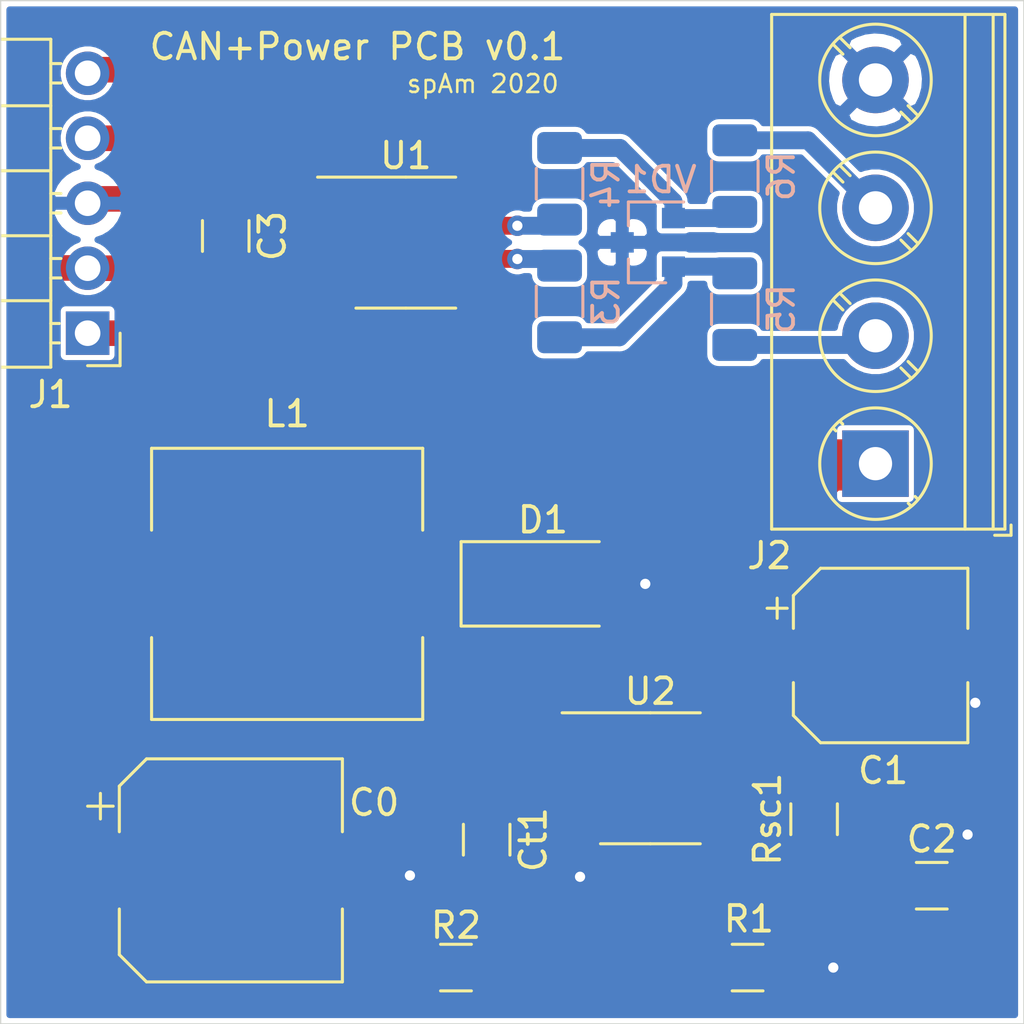
<source format=kicad_pcb>
(kicad_pcb (version 20171130) (host pcbnew "(5.1.5)-3")

  (general
    (thickness 1.6)
    (drawings 8)
    (tracks 103)
    (zones 0)
    (modules 19)
    (nets 14)
  )

  (page A4)
  (layers
    (0 F.Cu signal hide)
    (31 B.Cu signal hide)
    (32 B.Adhes user hide)
    (33 F.Adhes user hide)
    (34 B.Paste user hide)
    (35 F.Paste user hide)
    (36 B.SilkS user)
    (37 F.SilkS user)
    (38 B.Mask user)
    (39 F.Mask user)
    (40 Dwgs.User user hide)
    (41 Cmts.User user hide)
    (42 Eco1.User user hide)
    (43 Eco2.User user hide)
    (44 Edge.Cuts user)
    (45 Margin user hide)
    (46 B.CrtYd user hide)
    (47 F.CrtYd user hide)
    (48 B.Fab user hide)
    (49 F.Fab user hide)
  )

  (setup
    (last_trace_width 0.25)
    (user_trace_width 0.5)
    (user_trace_width 0.7)
    (user_trace_width 1)
    (user_trace_width 2)
    (trace_clearance 0.2)
    (zone_clearance 0.2)
    (zone_45_only no)
    (trace_min 0.2)
    (via_size 0.8)
    (via_drill 0.4)
    (via_min_size 0.4)
    (via_min_drill 0.3)
    (uvia_size 0.3)
    (uvia_drill 0.1)
    (uvias_allowed no)
    (uvia_min_size 0.2)
    (uvia_min_drill 0.1)
    (edge_width 0.05)
    (segment_width 0.2)
    (pcb_text_width 0.3)
    (pcb_text_size 1.5 1.5)
    (mod_edge_width 0.12)
    (mod_text_size 1 1)
    (mod_text_width 0.15)
    (pad_size 2.6 2.6)
    (pad_drill 1.3)
    (pad_to_mask_clearance 0.051)
    (solder_mask_min_width 0.25)
    (aux_axis_origin 0 0)
    (visible_elements 7FFFFFFF)
    (pcbplotparams
      (layerselection 0x010fc_ffffffff)
      (usegerberextensions false)
      (usegerberattributes false)
      (usegerberadvancedattributes false)
      (creategerberjobfile false)
      (excludeedgelayer true)
      (linewidth 0.100000)
      (plotframeref false)
      (viasonmask false)
      (mode 1)
      (useauxorigin false)
      (hpglpennumber 1)
      (hpglpenspeed 20)
      (hpglpendiameter 15.000000)
      (psnegative false)
      (psa4output false)
      (plotreference true)
      (plotvalue true)
      (plotinvisibletext false)
      (padsonsilk false)
      (subtractmaskfromsilk false)
      (outputformat 1)
      (mirror false)
      (drillshape 0)
      (scaleselection 1)
      (outputdirectory "fab/"))
  )

  (net 0 "")
  (net 1 "Net-(C1-Pad1)")
  (net 2 3.3+)
  (net 3 GND)
  (net 4 "Net-(Ct1-Pad1)")
  (net 5 "Net-(D1-Pad1)")
  (net 6 MODE)
  (net 7 CAN_RXD)
  (net 8 CAN_TXD)
  (net 9 "Net-(R1-Pad1)")
  (net 10 "Net-(Rsc1-Pad2)")
  (net 11 "Net-(U1-Pad5)")
  (net 12 CAN-)
  (net 13 CAN+)

  (net_class Default "Это класс цепей по умолчанию."
    (clearance 0.2)
    (trace_width 0.25)
    (via_dia 0.8)
    (via_drill 0.4)
    (uvia_dia 0.3)
    (uvia_drill 0.1)
    (add_net 3.3+)
    (add_net CAN+)
    (add_net CAN-)
    (add_net CAN_RXD)
    (add_net CAN_TXD)
    (add_net GND)
    (add_net MODE)
    (add_net "Net-(C1-Pad1)")
    (add_net "Net-(Ct1-Pad1)")
    (add_net "Net-(D1-Pad1)")
    (add_net "Net-(R1-Pad1)")
    (add_net "Net-(Rsc1-Pad2)")
    (add_net "Net-(U1-Pad5)")
  )

  (module Resistor_SMD:R_1206_3216Metric (layer B.Cu) (tedit 5E727DE4) (tstamp 5E72D95C)
    (at 148.7 87.06 90)
    (descr "Resistor SMD 1206 (3216 Metric), square (rectangular) end terminal, IPC_7351 nominal, (Body size source: http://www.tortai-tech.com/upload/download/2011102023233369053.pdf), generated with kicad-footprint-generator")
    (tags resistor)
    (attr smd)
    (fp_text reference R5 (at 0 1.82 90) (layer B.SilkS)
      (effects (font (size 1 1) (thickness 0.15)) (justify mirror))
    )
    (fp_text value " " (at 0 0.7 90) (layer B.Fab)
      (effects (font (size 1 1) (thickness 0.15)) (justify mirror))
    )
    (fp_line (start -1.6 -0.8) (end -1.6 0.8) (layer B.Fab) (width 0.1))
    (fp_line (start -1.6 0.8) (end 1.6 0.8) (layer B.Fab) (width 0.1))
    (fp_line (start 1.6 0.8) (end 1.6 -0.8) (layer B.Fab) (width 0.1))
    (fp_line (start 1.6 -0.8) (end -1.6 -0.8) (layer B.Fab) (width 0.1))
    (fp_line (start -0.602064 0.91) (end 0.602064 0.91) (layer B.SilkS) (width 0.12))
    (fp_line (start -0.602064 -0.91) (end 0.602064 -0.91) (layer B.SilkS) (width 0.12))
    (fp_line (start -2.28 -1.12) (end -2.28 1.12) (layer B.CrtYd) (width 0.05))
    (fp_line (start -2.28 1.12) (end 2.28 1.12) (layer B.CrtYd) (width 0.05))
    (fp_line (start 2.28 1.12) (end 2.28 -1.12) (layer B.CrtYd) (width 0.05))
    (fp_line (start 2.28 -1.12) (end -2.28 -1.12) (layer B.CrtYd) (width 0.05))
    (fp_text user %R (at 0 0 90) (layer B.Fab)
      (effects (font (size 0.8 0.8) (thickness 0.12)) (justify mirror))
    )
    (pad 1 smd roundrect (at -1.4 0 90) (size 1.25 1.75) (layers B.Cu B.Paste B.Mask) (roundrect_rratio 0.2)
      (net 12 CAN-))
    (pad 2 smd roundrect (at 1.4 0 90) (size 1.25 1.75) (layers B.Cu B.Paste B.Mask) (roundrect_rratio 0.2))
    (model ${KISYS3DMOD}/Resistor_SMD.3dshapes/R_1206_3216Metric.wrl
      (at (xyz 0 0 0))
      (scale (xyz 1 1 1))
      (rotate (xyz 0 0 0))
    )
  )

  (module Resistor_SMD:R_1206_3216Metric (layer B.Cu) (tedit 5E727DEC) (tstamp 5E72D98C)
    (at 148.7 81.86 90)
    (descr "Resistor SMD 1206 (3216 Metric), square (rectangular) end terminal, IPC_7351 nominal, (Body size source: http://www.tortai-tech.com/upload/download/2011102023233369053.pdf), generated with kicad-footprint-generator")
    (tags resistor)
    (attr smd)
    (fp_text reference R6 (at 0 1.82 90) (layer B.SilkS)
      (effects (font (size 1 1) (thickness 0.15)) (justify mirror))
    )
    (fp_text value " " (at 0 0.7 90) (layer B.Fab)
      (effects (font (size 1 1) (thickness 0.15)) (justify mirror))
    )
    (fp_line (start -1.6 -0.8) (end -1.6 0.8) (layer B.Fab) (width 0.1))
    (fp_line (start -1.6 0.8) (end 1.6 0.8) (layer B.Fab) (width 0.1))
    (fp_line (start 1.6 0.8) (end 1.6 -0.8) (layer B.Fab) (width 0.1))
    (fp_line (start 1.6 -0.8) (end -1.6 -0.8) (layer B.Fab) (width 0.1))
    (fp_line (start -0.602064 0.91) (end 0.602064 0.91) (layer B.SilkS) (width 0.12))
    (fp_line (start -0.602064 -0.91) (end 0.602064 -0.91) (layer B.SilkS) (width 0.12))
    (fp_line (start -2.28 -1.12) (end -2.28 1.12) (layer B.CrtYd) (width 0.05))
    (fp_line (start -2.28 1.12) (end 2.28 1.12) (layer B.CrtYd) (width 0.05))
    (fp_line (start 2.28 1.12) (end 2.28 -1.12) (layer B.CrtYd) (width 0.05))
    (fp_line (start 2.28 -1.12) (end -2.28 -1.12) (layer B.CrtYd) (width 0.05))
    (fp_text user %R (at 0 0 90) (layer B.Fab)
      (effects (font (size 0.8 0.8) (thickness 0.12)) (justify mirror))
    )
    (pad 1 smd roundrect (at -1.4 0 90) (size 1.25 1.75) (layers B.Cu B.Paste B.Mask) (roundrect_rratio 0.2))
    (pad 2 smd roundrect (at 1.4 0 90) (size 1.25 1.75) (layers B.Cu B.Paste B.Mask) (roundrect_rratio 0.2)
      (net 13 CAN+))
    (model ${KISYS3DMOD}/Resistor_SMD.3dshapes/R_1206_3216Metric.wrl
      (at (xyz 0 0 0))
      (scale (xyz 1 1 1))
      (rotate (xyz 0 0 0))
    )
  )

  (module Package_TO_SOT_SMD:SOT-23 (layer B.Cu) (tedit 5E727937) (tstamp 5E72CF4B)
    (at 145.3 84.45 180)
    (descr "SOT-23, Standard")
    (tags SOT-23)
    (attr smd)
    (fp_text reference VD1 (at -0.5 2.45) (layer B.SilkS)
      (effects (font (size 1 1) (thickness 0.15)) (justify mirror))
    )
    (fp_text value SOT-23 (at 0 -2.5) (layer B.Fab)
      (effects (font (size 1 1) (thickness 0.15)) (justify mirror))
    )
    (fp_line (start 0.76 -1.58) (end -0.7 -1.58) (layer B.SilkS) (width 0.12))
    (fp_line (start 0.76 1.58) (end -1.4 1.58) (layer B.SilkS) (width 0.12))
    (fp_line (start -1.7 -1.75) (end -1.7 1.75) (layer B.CrtYd) (width 0.05))
    (fp_line (start 1.7 -1.75) (end -1.7 -1.75) (layer B.CrtYd) (width 0.05))
    (fp_line (start 1.7 1.75) (end 1.7 -1.75) (layer B.CrtYd) (width 0.05))
    (fp_line (start -1.7 1.75) (end 1.7 1.75) (layer B.CrtYd) (width 0.05))
    (fp_line (start 0.76 1.58) (end 0.76 0.65) (layer B.SilkS) (width 0.12))
    (fp_line (start 0.76 -1.58) (end 0.76 -0.65) (layer B.SilkS) (width 0.12))
    (fp_line (start -0.7 -1.52) (end 0.7 -1.52) (layer B.Fab) (width 0.1))
    (fp_line (start 0.7 1.52) (end 0.7 -1.52) (layer B.Fab) (width 0.1))
    (fp_line (start -0.7 0.95) (end -0.15 1.52) (layer B.Fab) (width 0.1))
    (fp_line (start -0.15 1.52) (end 0.7 1.52) (layer B.Fab) (width 0.1))
    (fp_line (start -0.7 0.95) (end -0.7 -1.5) (layer B.Fab) (width 0.1))
    (fp_text user %R (at 0 0 -90) (layer B.Fab)
      (effects (font (size 0.5 0.5) (thickness 0.075)) (justify mirror))
    )
    (pad 3 smd rect (at 1 0 180) (size 0.9 0.8) (layers B.Cu B.Paste B.Mask)
      (net 3 GND))
    (pad 2 smd rect (at -1 -0.95 180) (size 0.9 0.8) (layers B.Cu B.Paste B.Mask))
    (pad 1 smd rect (at -1 0.95 180) (size 0.9 0.8) (layers B.Cu B.Paste B.Mask))
    (model ${KISYS3DMOD}/Package_TO_SOT_SMD.3dshapes/SOT-23.wrl
      (at (xyz 0 0 0))
      (scale (xyz 1 1 1))
      (rotate (xyz 0 0 0))
    )
  )

  (module Resistor_SMD:R_1206_3216Metric (layer B.Cu) (tedit 5E727DD3) (tstamp 5E710836)
    (at 141.85 86.76 90)
    (descr "Resistor SMD 1206 (3216 Metric), square (rectangular) end terminal, IPC_7351 nominal, (Body size source: http://www.tortai-tech.com/upload/download/2011102023233369053.pdf), generated with kicad-footprint-generator")
    (tags resistor)
    (attr smd)
    (fp_text reference R3 (at 0 1.82 90) (layer B.SilkS)
      (effects (font (size 1 1) (thickness 0.15)) (justify mirror))
    )
    (fp_text value " " (at 0 0.7 90) (layer B.Fab)
      (effects (font (size 1 1) (thickness 0.15)) (justify mirror))
    )
    (fp_text user %R (at 0 0 90) (layer B.Fab)
      (effects (font (size 0.8 0.8) (thickness 0.12)) (justify mirror))
    )
    (fp_line (start 2.28 -1.12) (end -2.28 -1.12) (layer B.CrtYd) (width 0.05))
    (fp_line (start 2.28 1.12) (end 2.28 -1.12) (layer B.CrtYd) (width 0.05))
    (fp_line (start -2.28 1.12) (end 2.28 1.12) (layer B.CrtYd) (width 0.05))
    (fp_line (start -2.28 -1.12) (end -2.28 1.12) (layer B.CrtYd) (width 0.05))
    (fp_line (start -0.602064 -0.91) (end 0.602064 -0.91) (layer B.SilkS) (width 0.12))
    (fp_line (start -0.602064 0.91) (end 0.602064 0.91) (layer B.SilkS) (width 0.12))
    (fp_line (start 1.6 -0.8) (end -1.6 -0.8) (layer B.Fab) (width 0.1))
    (fp_line (start 1.6 0.8) (end 1.6 -0.8) (layer B.Fab) (width 0.1))
    (fp_line (start -1.6 0.8) (end 1.6 0.8) (layer B.Fab) (width 0.1))
    (fp_line (start -1.6 -0.8) (end -1.6 0.8) (layer B.Fab) (width 0.1))
    (pad 2 smd roundrect (at 1.4 0 90) (size 1.25 1.75) (layers B.Cu B.Paste B.Mask) (roundrect_rratio 0.2))
    (pad 1 smd roundrect (at -1.4 0 90) (size 1.25 1.75) (layers B.Cu B.Paste B.Mask) (roundrect_rratio 0.2))
    (model ${KISYS3DMOD}/Resistor_SMD.3dshapes/R_1206_3216Metric.wrl
      (at (xyz 0 0 0))
      (scale (xyz 1 1 1))
      (rotate (xyz 0 0 0))
    )
  )

  (module Resistor_SMD:R_1206_3216Metric (layer B.Cu) (tedit 5E727DD9) (tstamp 5E7107E5)
    (at 141.85 82.16 90)
    (descr "Resistor SMD 1206 (3216 Metric), square (rectangular) end terminal, IPC_7351 nominal, (Body size source: http://www.tortai-tech.com/upload/download/2011102023233369053.pdf), generated with kicad-footprint-generator")
    (tags resistor)
    (attr smd)
    (fp_text reference R4 (at 0 1.82 90) (layer B.SilkS)
      (effects (font (size 1 1) (thickness 0.15)) (justify mirror))
    )
    (fp_text value " " (at 0 -2 90) (layer B.Fab)
      (effects (font (size 1 1) (thickness 0.15)) (justify mirror))
    )
    (fp_text user %R (at 0 0 90) (layer B.Fab)
      (effects (font (size 0.8 0.8) (thickness 0.12)) (justify mirror))
    )
    (fp_line (start 2.28 -1.12) (end -2.28 -1.12) (layer B.CrtYd) (width 0.05))
    (fp_line (start 2.28 1.12) (end 2.28 -1.12) (layer B.CrtYd) (width 0.05))
    (fp_line (start -2.28 1.12) (end 2.28 1.12) (layer B.CrtYd) (width 0.05))
    (fp_line (start -2.28 -1.12) (end -2.28 1.12) (layer B.CrtYd) (width 0.05))
    (fp_line (start -0.602064 -0.91) (end 0.602064 -0.91) (layer B.SilkS) (width 0.12))
    (fp_line (start -0.602064 0.91) (end 0.602064 0.91) (layer B.SilkS) (width 0.12))
    (fp_line (start 1.6 -0.8) (end -1.6 -0.8) (layer B.Fab) (width 0.1))
    (fp_line (start 1.6 0.8) (end 1.6 -0.8) (layer B.Fab) (width 0.1))
    (fp_line (start -1.6 0.8) (end 1.6 0.8) (layer B.Fab) (width 0.1))
    (fp_line (start -1.6 -0.8) (end -1.6 0.8) (layer B.Fab) (width 0.1))
    (pad 2 smd roundrect (at 1.4 0 90) (size 1.25 1.75) (layers B.Cu B.Paste B.Mask) (roundrect_rratio 0.2))
    (pad 1 smd roundrect (at -1.4 0 90) (size 1.25 1.75) (layers B.Cu B.Paste B.Mask) (roundrect_rratio 0.2))
    (model ${KISYS3DMOD}/Resistor_SMD.3dshapes/R_1206_3216Metric.wrl
      (at (xyz 0 0 0))
      (scale (xyz 1 1 1))
      (rotate (xyz 0 0 0))
    )
  )

  (module Capacitor_SMD:C_1206_3216Metric (layer F.Cu) (tedit 5B301BBE) (tstamp 5E7051AB)
    (at 128.8 84.2 270)
    (descr "Capacitor SMD 1206 (3216 Metric), square (rectangular) end terminal, IPC_7351 nominal, (Body size source: http://www.tortai-tech.com/upload/download/2011102023233369053.pdf), generated with kicad-footprint-generator")
    (tags capacitor)
    (path /5E6D0B49)
    (attr smd)
    (fp_text reference C3 (at 0 -1.82 90) (layer F.SilkS)
      (effects (font (size 1 1) (thickness 0.15)))
    )
    (fp_text value 100nF (at 0 1.82 90) (layer F.Fab)
      (effects (font (size 1 1) (thickness 0.15)))
    )
    (fp_text user %R (at 0 0 90) (layer F.Fab)
      (effects (font (size 0.8 0.8) (thickness 0.12)))
    )
    (fp_line (start 2.28 1.12) (end -2.28 1.12) (layer F.CrtYd) (width 0.05))
    (fp_line (start 2.28 -1.12) (end 2.28 1.12) (layer F.CrtYd) (width 0.05))
    (fp_line (start -2.28 -1.12) (end 2.28 -1.12) (layer F.CrtYd) (width 0.05))
    (fp_line (start -2.28 1.12) (end -2.28 -1.12) (layer F.CrtYd) (width 0.05))
    (fp_line (start -0.602064 0.91) (end 0.602064 0.91) (layer F.SilkS) (width 0.12))
    (fp_line (start -0.602064 -0.91) (end 0.602064 -0.91) (layer F.SilkS) (width 0.12))
    (fp_line (start 1.6 0.8) (end -1.6 0.8) (layer F.Fab) (width 0.1))
    (fp_line (start 1.6 -0.8) (end 1.6 0.8) (layer F.Fab) (width 0.1))
    (fp_line (start -1.6 -0.8) (end 1.6 -0.8) (layer F.Fab) (width 0.1))
    (fp_line (start -1.6 0.8) (end -1.6 -0.8) (layer F.Fab) (width 0.1))
    (pad 2 smd roundrect (at 1.4 0 270) (size 1.25 1.75) (layers F.Cu F.Paste F.Mask) (roundrect_rratio 0.2)
      (net 2 3.3+))
    (pad 1 smd roundrect (at -1.4 0 270) (size 1.25 1.75) (layers F.Cu F.Paste F.Mask) (roundrect_rratio 0.2)
      (net 3 GND))
    (model ${KISYS3DMOD}/Capacitor_SMD.3dshapes/C_1206_3216Metric.wrl
      (at (xyz 0 0 0))
      (scale (xyz 1 1 1))
      (rotate (xyz 0 0 0))
    )
  )

  (module Connector_PinHeader_2.54mm:PinHeader_1x05_P2.54mm_Horizontal (layer F.Cu) (tedit 5E709383) (tstamp 5E705249)
    (at 123.4 88 180)
    (descr "Through hole angled pin header, 1x05, 2.54mm pitch, 6mm pin length, single row")
    (tags "Through hole angled pin header THT 1x05 2.54mm single row")
    (path /5E6BAD93)
    (fp_text reference J1 (at 1.45 -2.4) (layer F.SilkS)
      (effects (font (size 1 1) (thickness 0.15)))
    )
    (fp_text value Conn_01x05_Male (at 1.375 5.5) (layer F.Fab)
      (effects (font (size 1 1) (thickness 0.15)))
    )
    (fp_text user %R (at 0.75 2 90) (layer F.Fab)
      (effects (font (size 0.6 0.6) (thickness 0.09)))
    )
    (fp_line (start 10.55 -1.8) (end -1.8 -1.8) (layer F.CrtYd) (width 0.05))
    (fp_line (start 10.55 11.95) (end 10.55 -1.8) (layer F.CrtYd) (width 0.05))
    (fp_line (start -1.8 11.95) (end 10.55 11.95) (layer F.CrtYd) (width 0.05))
    (fp_line (start -1.8 -1.8) (end -1.8 11.95) (layer F.CrtYd) (width 0.05))
    (fp_line (start -1.27 -1.27) (end 0 -1.27) (layer F.SilkS) (width 0.12))
    (fp_line (start -1.27 0) (end -1.27 -1.27) (layer F.SilkS) (width 0.12))
    (fp_line (start 1.042929 10.54) (end 1.44 10.54) (layer F.SilkS) (width 0.12))
    (fp_line (start 1.042929 9.78) (end 1.44 9.78) (layer F.SilkS) (width 0.12))
    (fp_line (start 10.1 10.54) (end 4.1 10.54) (layer F.SilkS) (width 0.12))
    (fp_line (start 10.1 9.78) (end 10.1 10.54) (layer F.SilkS) (width 0.12))
    (fp_line (start 4.1 9.78) (end 10.1 9.78) (layer F.SilkS) (width 0.12))
    (fp_line (start 1.44 8.89) (end 4.1 8.89) (layer F.SilkS) (width 0.12))
    (fp_line (start 1.042929 8) (end 1.44 8) (layer F.SilkS) (width 0.12))
    (fp_line (start 1.042929 7.24) (end 1.44 7.24) (layer F.SilkS) (width 0.12))
    (fp_line (start 10.1 8) (end 4.1 8) (layer F.SilkS) (width 0.12))
    (fp_line (start 10.1 7.24) (end 10.1 8) (layer F.SilkS) (width 0.12))
    (fp_line (start 4.1 7.24) (end 10.1 7.24) (layer F.SilkS) (width 0.12))
    (fp_line (start 1.44 6.35) (end 4.1 6.35) (layer F.SilkS) (width 0.12))
    (fp_line (start 1.042929 5.46) (end 1.44 5.46) (layer F.SilkS) (width 0.12))
    (fp_line (start 1.042929 4.7) (end 1.44 4.7) (layer F.SilkS) (width 0.12))
    (fp_line (start 10.1 5.46) (end 4.1 5.46) (layer F.SilkS) (width 0.12))
    (fp_line (start 10.1 4.7) (end 10.1 5.46) (layer F.SilkS) (width 0.12))
    (fp_line (start 4.1 4.7) (end 10.1 4.7) (layer F.SilkS) (width 0.12))
    (fp_line (start 1.44 3.81) (end 4.1 3.81) (layer F.SilkS) (width 0.12))
    (fp_line (start 1.042929 2.92) (end 1.44 2.92) (layer F.SilkS) (width 0.12))
    (fp_line (start 1.042929 2.16) (end 1.44 2.16) (layer F.SilkS) (width 0.12))
    (fp_line (start 10.1 2.92) (end 4.1 2.92) (layer F.SilkS) (width 0.12))
    (fp_line (start 10.1 2.16) (end 10.1 2.92) (layer F.SilkS) (width 0.12))
    (fp_line (start 4.1 2.16) (end 10.1 2.16) (layer F.SilkS) (width 0.12))
    (fp_line (start 1.44 1.27) (end 4.1 1.27) (layer F.SilkS) (width 0.12))
    (fp_line (start 1.11 0.38) (end 1.44 0.38) (layer F.SilkS) (width 0.12))
    (fp_line (start 1.11 -0.38) (end 1.44 -0.38) (layer F.SilkS) (width 0.12))
    (fp_line (start 4.1 0.28) (end 10.1 0.28) (layer F.SilkS) (width 0.12))
    (fp_line (start 4.1 0.16) (end 10.1 0.16) (layer F.SilkS) (width 0.12))
    (fp_line (start 4.1 0.04) (end 10.1 0.04) (layer F.SilkS) (width 0.12))
    (fp_line (start 4.1 -0.08) (end 10.1 -0.08) (layer F.SilkS) (width 0.12))
    (fp_line (start 4.1 -0.2) (end 10.1 -0.2) (layer F.SilkS) (width 0.12))
    (fp_line (start 4.1 -0.32) (end 10.1 -0.32) (layer F.SilkS) (width 0.12))
    (fp_line (start 10.1 0.38) (end 4.1 0.38) (layer F.SilkS) (width 0.12))
    (fp_line (start 10.1 -0.38) (end 10.1 0.38) (layer F.SilkS) (width 0.12))
    (fp_line (start 4.1 -0.38) (end 10.1 -0.38) (layer F.SilkS) (width 0.12))
    (fp_line (start 4.1 -1.33) (end 1.44 -1.33) (layer F.SilkS) (width 0.12))
    (fp_line (start 4.1 11.49) (end 4.1 -1.33) (layer F.SilkS) (width 0.12))
    (fp_line (start 1.44 11.49) (end 4.1 11.49) (layer F.SilkS) (width 0.12))
    (fp_line (start 1.44 -1.33) (end 1.44 11.49) (layer F.SilkS) (width 0.12))
    (fp_line (start 4.04 10.48) (end 10.04 10.48) (layer F.Fab) (width 0.1))
    (fp_line (start 10.04 9.84) (end 10.04 10.48) (layer F.Fab) (width 0.1))
    (fp_line (start 4.04 9.84) (end 10.04 9.84) (layer F.Fab) (width 0.1))
    (fp_line (start -0.32 10.48) (end 1.5 10.48) (layer F.Fab) (width 0.1))
    (fp_line (start -0.32 9.84) (end -0.32 10.48) (layer F.Fab) (width 0.1))
    (fp_line (start -0.32 9.84) (end 1.5 9.84) (layer F.Fab) (width 0.1))
    (fp_line (start 4.04 7.94) (end 10.04 7.94) (layer F.Fab) (width 0.1))
    (fp_line (start 10.04 7.3) (end 10.04 7.94) (layer F.Fab) (width 0.1))
    (fp_line (start 4.04 7.3) (end 10.04 7.3) (layer F.Fab) (width 0.1))
    (fp_line (start -0.32 7.94) (end 1.5 7.94) (layer F.Fab) (width 0.1))
    (fp_line (start -0.32 7.3) (end -0.32 7.94) (layer F.Fab) (width 0.1))
    (fp_line (start -0.32 7.3) (end 1.5 7.3) (layer F.Fab) (width 0.1))
    (fp_line (start 4.04 5.4) (end 10.04 5.4) (layer F.Fab) (width 0.1))
    (fp_line (start 10.04 4.76) (end 10.04 5.4) (layer F.Fab) (width 0.1))
    (fp_line (start 4.04 4.76) (end 10.04 4.76) (layer F.Fab) (width 0.1))
    (fp_line (start -0.32 5.4) (end 1.5 5.4) (layer F.Fab) (width 0.1))
    (fp_line (start -0.32 4.76) (end -0.32 5.4) (layer F.Fab) (width 0.1))
    (fp_line (start -0.32 4.76) (end 1.5 4.76) (layer F.Fab) (width 0.1))
    (fp_line (start 4.04 2.86) (end 10.04 2.86) (layer F.Fab) (width 0.1))
    (fp_line (start 10.04 2.22) (end 10.04 2.86) (layer F.Fab) (width 0.1))
    (fp_line (start 4.04 2.22) (end 10.04 2.22) (layer F.Fab) (width 0.1))
    (fp_line (start -0.32 2.86) (end 1.5 2.86) (layer F.Fab) (width 0.1))
    (fp_line (start -0.32 2.22) (end -0.32 2.86) (layer F.Fab) (width 0.1))
    (fp_line (start -0.32 2.22) (end 1.5 2.22) (layer F.Fab) (width 0.1))
    (fp_line (start 4.04 0.32) (end 10.04 0.32) (layer F.Fab) (width 0.1))
    (fp_line (start 10.04 -0.32) (end 10.04 0.32) (layer F.Fab) (width 0.1))
    (fp_line (start 4.04 -0.32) (end 10.04 -0.32) (layer F.Fab) (width 0.1))
    (fp_line (start -0.32 0.32) (end 1.5 0.32) (layer F.Fab) (width 0.1))
    (fp_line (start -0.32 -0.32) (end -0.32 0.32) (layer F.Fab) (width 0.1))
    (fp_line (start -0.32 -0.32) (end 1.5 -0.32) (layer F.Fab) (width 0.1))
    (fp_line (start 1.5 -0.635) (end 2.135 -1.27) (layer F.Fab) (width 0.1))
    (fp_line (start 1.5 11.43) (end 1.5 -0.635) (layer F.Fab) (width 0.1))
    (fp_line (start 4.04 11.43) (end 1.5 11.43) (layer F.Fab) (width 0.1))
    (fp_line (start 4.04 -1.27) (end 4.04 11.43) (layer F.Fab) (width 0.1))
    (fp_line (start 2.135 -1.27) (end 4.04 -1.27) (layer F.Fab) (width 0.1))
    (pad 5 thru_hole oval (at 0 10.16 180) (size 1.7 1.7) (drill 1) (layers *.Cu *.Mask)
      (net 6 MODE))
    (pad 4 thru_hole oval (at 0 7.62 180) (size 1.7 1.7) (drill 1) (layers *.Cu *.Mask)
      (net 8 CAN_TXD))
    (pad 3 thru_hole oval (at 0 5.08 180) (size 1.7 1.7) (drill 1) (layers *.Cu *.Mask)
      (net 3 GND))
    (pad 2 thru_hole oval (at 0 2.54 180) (size 1.7 1.7) (drill 1) (layers *.Cu *.Mask)
      (net 2 3.3+))
    (pad 1 thru_hole rect (at 0 0 180) (size 1.7 1.7) (drill 1) (layers *.Cu *.Mask)
      (net 7 CAN_RXD))
    (model ${KISYS3DMOD}/Connector_PinHeader_2.54mm.3dshapes/PinHeader_1x05_P2.54mm_Horizontal.wrl
      (at (xyz 0 0 0))
      (scale (xyz 1 1 1))
      (rotate (xyz 0 0 0))
    )
  )

  (module Diode_SMD:D_SMA (layer F.Cu) (tedit 586432E5) (tstamp 5E7100EC)
    (at 141.4 97.8)
    (descr "Diode SMA (DO-214AC)")
    (tags "Diode SMA (DO-214AC)")
    (path /5E68E6D9)
    (attr smd)
    (fp_text reference D1 (at -0.2 -2.5) (layer F.SilkS)
      (effects (font (size 1 1) (thickness 0.15)))
    )
    (fp_text value 1N5819 (at 6.6 1.2) (layer F.Fab)
      (effects (font (size 1 1) (thickness 0.15)))
    )
    (fp_text user K (at 0 -2.1) (layer F.Fab)
      (effects (font (size 1 1) (thickness 0.15)))
    )
    (fp_text user %R (at 6.6 -0.4) (layer F.Fab)
      (effects (font (size 1 1) (thickness 0.15)))
    )
    (fp_line (start -3.4 -1.65) (end -3.4 1.65) (layer F.SilkS) (width 0.12))
    (fp_line (start 2.3 1.5) (end -2.3 1.5) (layer F.Fab) (width 0.1))
    (fp_line (start -2.3 1.5) (end -2.3 -1.5) (layer F.Fab) (width 0.1))
    (fp_line (start 2.3 -1.5) (end 2.3 1.5) (layer F.Fab) (width 0.1))
    (fp_line (start 2.3 -1.5) (end -2.3 -1.5) (layer F.Fab) (width 0.1))
    (fp_line (start -3.5 -1.75) (end 3.5 -1.75) (layer F.CrtYd) (width 0.05))
    (fp_line (start 3.5 -1.75) (end 3.5 1.75) (layer F.CrtYd) (width 0.05))
    (fp_line (start 3.5 1.75) (end -3.5 1.75) (layer F.CrtYd) (width 0.05))
    (fp_line (start -3.5 1.75) (end -3.5 -1.75) (layer F.CrtYd) (width 0.05))
    (fp_line (start -0.64944 0.00102) (end -1.55114 0.00102) (layer F.Fab) (width 0.1))
    (fp_line (start 0.50118 0.00102) (end 1.4994 0.00102) (layer F.Fab) (width 0.1))
    (fp_line (start -0.64944 -0.79908) (end -0.64944 0.80112) (layer F.Fab) (width 0.1))
    (fp_line (start 0.50118 0.75032) (end 0.50118 -0.79908) (layer F.Fab) (width 0.1))
    (fp_line (start -0.64944 0.00102) (end 0.50118 0.75032) (layer F.Fab) (width 0.1))
    (fp_line (start -0.64944 0.00102) (end 0.50118 -0.79908) (layer F.Fab) (width 0.1))
    (fp_line (start -3.4 1.65) (end 2 1.65) (layer F.SilkS) (width 0.12))
    (fp_line (start -3.4 -1.65) (end 2 -1.65) (layer F.SilkS) (width 0.12))
    (pad 1 smd rect (at -2 0) (size 2.5 1.8) (layers F.Cu F.Paste F.Mask)
      (net 5 "Net-(D1-Pad1)"))
    (pad 2 smd rect (at 2 0) (size 2.5 1.8) (layers F.Cu F.Paste F.Mask)
      (net 3 GND))
    (model ${KISYS3DMOD}/Diode_SMD.3dshapes/D_SMA.wrl
      (at (xyz 0 0 0))
      (scale (xyz 1 1 1))
      (rotate (xyz 0 0 0))
    )
  )

  (module TerminalBlock_Phoenix:TerminalBlock_Phoenix_PT-1,5-4-5.0-H_1x04_P5.00mm_Horizontal (layer F.Cu) (tedit 5E727F0D) (tstamp 5E70527C)
    (at 154.2 93.1 90)
    (descr "Terminal Block Phoenix PT-1,5-4-5.0-H, 4 pins, pitch 5mm, size 20x9mm^2, drill diamater 1.3mm, pad diameter 2.6mm, see http://www.mouser.com/ds/2/324/ItemDetail_1935161-922578.pdf, script-generated using https://github.com/pointhi/kicad-footprint-generator/scripts/TerminalBlock_Phoenix")
    (tags "THT Terminal Block Phoenix PT-1,5-4-5.0-H pitch 5mm size 20x9mm^2 drill 1.3mm pad 2.6mm")
    (path /5E693C56)
    (fp_text reference J2 (at -3.6 -4.15 180) (layer F.SilkS)
      (effects (font (size 1 1) (thickness 0.15)))
    )
    (fp_text value 1 (at 0 0 90) (layer F.Fab)
      (effects (font (size 1 1) (thickness 0.15)))
    )
    (fp_text user %R (at 10 -1.3 90) (layer F.Fab)
      (effects (font (size 1 1) (thickness 0.15)))
    )
    (fp_line (start 18 -4.5) (end -3 -4.5) (layer F.CrtYd) (width 0.05))
    (fp_line (start 18 5.5) (end 18 -4.5) (layer F.CrtYd) (width 0.05))
    (fp_line (start -3 5.5) (end 18 5.5) (layer F.CrtYd) (width 0.05))
    (fp_line (start -3 -4.5) (end -3 5.5) (layer F.CrtYd) (width 0.05))
    (fp_line (start -2.8 5.3) (end -2.4 5.3) (layer F.SilkS) (width 0.12))
    (fp_line (start -2.8 4.66) (end -2.8 5.3) (layer F.SilkS) (width 0.12))
    (fp_line (start 13.742 0.992) (end 13.347 1.388) (layer F.SilkS) (width 0.12))
    (fp_line (start 16.388 -1.654) (end 16.008 -1.274) (layer F.SilkS) (width 0.12))
    (fp_line (start 13.993 1.274) (end 13.613 1.654) (layer F.SilkS) (width 0.12))
    (fp_line (start 16.654 -1.388) (end 16.259 -0.992) (layer F.SilkS) (width 0.12))
    (fp_line (start 16.273 -1.517) (end 13.484 1.273) (layer F.Fab) (width 0.1))
    (fp_line (start 16.517 -1.273) (end 13.728 1.517) (layer F.Fab) (width 0.1))
    (fp_line (start 8.742 0.992) (end 8.347 1.388) (layer F.SilkS) (width 0.12))
    (fp_line (start 11.388 -1.654) (end 11.008 -1.274) (layer F.SilkS) (width 0.12))
    (fp_line (start 8.993 1.274) (end 8.613 1.654) (layer F.SilkS) (width 0.12))
    (fp_line (start 11.654 -1.388) (end 11.259 -0.992) (layer F.SilkS) (width 0.12))
    (fp_line (start 11.273 -1.517) (end 8.484 1.273) (layer F.Fab) (width 0.1))
    (fp_line (start 11.517 -1.273) (end 8.728 1.517) (layer F.Fab) (width 0.1))
    (fp_line (start 3.742 0.992) (end 3.347 1.388) (layer F.SilkS) (width 0.12))
    (fp_line (start 6.388 -1.654) (end 6.008 -1.274) (layer F.SilkS) (width 0.12))
    (fp_line (start 3.993 1.274) (end 3.613 1.654) (layer F.SilkS) (width 0.12))
    (fp_line (start 6.654 -1.388) (end 6.259 -0.992) (layer F.SilkS) (width 0.12))
    (fp_line (start 6.273 -1.517) (end 3.484 1.273) (layer F.Fab) (width 0.1))
    (fp_line (start 6.517 -1.273) (end 3.728 1.517) (layer F.Fab) (width 0.1))
    (fp_line (start -1.548 1.281) (end -1.654 1.388) (layer F.SilkS) (width 0.12))
    (fp_line (start 1.388 -1.654) (end 1.281 -1.547) (layer F.SilkS) (width 0.12))
    (fp_line (start -1.282 1.547) (end -1.388 1.654) (layer F.SilkS) (width 0.12))
    (fp_line (start 1.654 -1.388) (end 1.547 -1.281) (layer F.SilkS) (width 0.12))
    (fp_line (start 1.273 -1.517) (end -1.517 1.273) (layer F.Fab) (width 0.1))
    (fp_line (start 1.517 -1.273) (end -1.273 1.517) (layer F.Fab) (width 0.1))
    (fp_line (start 17.561 -4.06) (end 17.561 5.06) (layer F.SilkS) (width 0.12))
    (fp_line (start -2.56 -4.06) (end -2.56 5.06) (layer F.SilkS) (width 0.12))
    (fp_line (start -2.56 5.06) (end 17.561 5.06) (layer F.SilkS) (width 0.12))
    (fp_line (start -2.56 -4.06) (end 17.561 -4.06) (layer F.SilkS) (width 0.12))
    (fp_line (start -2.56 3.5) (end 17.561 3.5) (layer F.SilkS) (width 0.12))
    (fp_line (start -2.5 3.5) (end 17.5 3.5) (layer F.Fab) (width 0.1))
    (fp_line (start -2.56 4.6) (end 17.561 4.6) (layer F.SilkS) (width 0.12))
    (fp_line (start -2.5 4.6) (end 17.5 4.6) (layer F.Fab) (width 0.1))
    (fp_line (start -2.5 4.6) (end -2.5 -4) (layer F.Fab) (width 0.1))
    (fp_line (start -2.1 5) (end -2.5 4.6) (layer F.Fab) (width 0.1))
    (fp_line (start 17.5 5) (end -2.1 5) (layer F.Fab) (width 0.1))
    (fp_line (start 17.5 -4) (end 17.5 5) (layer F.Fab) (width 0.1))
    (fp_line (start -2.5 -4) (end 17.5 -4) (layer F.Fab) (width 0.1))
    (fp_circle (center 15 0) (end 17.18 0) (layer F.SilkS) (width 0.12))
    (fp_circle (center 15 0) (end 17 0) (layer F.Fab) (width 0.1))
    (fp_circle (center 10 0) (end 12.18 0) (layer F.SilkS) (width 0.12))
    (fp_circle (center 10 0) (end 12 0) (layer F.Fab) (width 0.1))
    (fp_circle (center 5 0) (end 7.18 0) (layer F.SilkS) (width 0.12))
    (fp_circle (center 5 0) (end 7 0) (layer F.Fab) (width 0.1))
    (fp_circle (center 0 0) (end 2.18 0) (layer F.SilkS) (width 0.12))
    (fp_circle (center 0 0) (end 2 0) (layer F.Fab) (width 0.1))
    (pad 4 thru_hole circle (at 15 0 90) (size 2.6 2.6) (drill 1.3) (layers *.Cu *.Mask)
      (net 3 GND))
    (pad 3 thru_hole circle (at 10 0 90) (size 2.6 2.6) (drill 1.3) (layers *.Cu *.Mask)
      (net 13 CAN+))
    (pad 2 thru_hole circle (at 5 0 90) (size 2.6 2.6) (drill 1.3) (layers *.Cu *.Mask)
      (net 12 CAN-))
    (pad 1 thru_hole rect (at 0 0 90) (size 2.6 2.6) (drill 1.3) (layers *.Cu *.Mask)
      (net 1 "Net-(C1-Pad1)"))
    (model ${KISYS3DMOD}/TerminalBlock_Phoenix.3dshapes/TerminalBlock_Phoenix_PT-1,5-4-5.0-H_1x04_P5.00mm_Horizontal.wrl
      (at (xyz 0 0 0))
      (scale (xyz 1 1 1))
      (rotate (xyz 0 0 0))
    )
  )

  (module Capacitor_SMD:CP_Elec_8x10.5 (layer F.Cu) (tedit 5BCA39D0) (tstamp 5E705335)
    (at 129 109)
    (descr "SMD capacitor, aluminum electrolytic, Vishay 0810, 8.0x10.5mm, http://www.vishay.com/docs/28395/150crz.pdf")
    (tags "capacitor electrolytic")
    (path /5E691C20)
    (attr smd)
    (fp_text reference С0 (at 5.6 -2.65) (layer F.SilkS)
      (effects (font (size 1 1) (thickness 0.15)))
    )
    (fp_text value 220uF (at 0 5.3) (layer F.Fab)
      (effects (font (size 1 1) (thickness 0.15)))
    )
    (fp_circle (center 0 0) (end 4 0) (layer F.Fab) (width 0.1))
    (fp_line (start 4.25 -4.25) (end 4.25 4.25) (layer F.Fab) (width 0.1))
    (fp_line (start -3.25 -4.25) (end 4.25 -4.25) (layer F.Fab) (width 0.1))
    (fp_line (start -3.25 4.25) (end 4.25 4.25) (layer F.Fab) (width 0.1))
    (fp_line (start -4.25 -3.25) (end -4.25 3.25) (layer F.Fab) (width 0.1))
    (fp_line (start -4.25 -3.25) (end -3.25 -4.25) (layer F.Fab) (width 0.1))
    (fp_line (start -4.25 3.25) (end -3.25 4.25) (layer F.Fab) (width 0.1))
    (fp_line (start -3.562278 -1.5) (end -2.762278 -1.5) (layer F.Fab) (width 0.1))
    (fp_line (start -3.162278 -1.9) (end -3.162278 -1.1) (layer F.Fab) (width 0.1))
    (fp_line (start 4.36 4.36) (end 4.36 1.51) (layer F.SilkS) (width 0.12))
    (fp_line (start 4.36 -4.36) (end 4.36 -1.51) (layer F.SilkS) (width 0.12))
    (fp_line (start -3.295563 -4.36) (end 4.36 -4.36) (layer F.SilkS) (width 0.12))
    (fp_line (start -3.295563 4.36) (end 4.36 4.36) (layer F.SilkS) (width 0.12))
    (fp_line (start -4.36 3.295563) (end -4.36 1.51) (layer F.SilkS) (width 0.12))
    (fp_line (start -4.36 -3.295563) (end -4.36 -1.51) (layer F.SilkS) (width 0.12))
    (fp_line (start -4.36 -3.295563) (end -3.295563 -4.36) (layer F.SilkS) (width 0.12))
    (fp_line (start -4.36 3.295563) (end -3.295563 4.36) (layer F.SilkS) (width 0.12))
    (fp_line (start -5.6 -2.51) (end -4.6 -2.51) (layer F.SilkS) (width 0.12))
    (fp_line (start -5.1 -3.01) (end -5.1 -2.01) (layer F.SilkS) (width 0.12))
    (fp_line (start 4.5 -4.5) (end 4.5 -1.5) (layer F.CrtYd) (width 0.05))
    (fp_line (start 4.5 -1.5) (end 6.15 -1.5) (layer F.CrtYd) (width 0.05))
    (fp_line (start 6.15 -1.5) (end 6.15 1.5) (layer F.CrtYd) (width 0.05))
    (fp_line (start 6.15 1.5) (end 4.5 1.5) (layer F.CrtYd) (width 0.05))
    (fp_line (start 4.5 1.5) (end 4.5 4.5) (layer F.CrtYd) (width 0.05))
    (fp_line (start -3.35 4.5) (end 4.5 4.5) (layer F.CrtYd) (width 0.05))
    (fp_line (start -3.35 -4.5) (end 4.5 -4.5) (layer F.CrtYd) (width 0.05))
    (fp_line (start -4.5 3.35) (end -3.35 4.5) (layer F.CrtYd) (width 0.05))
    (fp_line (start -4.5 -3.35) (end -3.35 -4.5) (layer F.CrtYd) (width 0.05))
    (fp_line (start -4.5 -3.35) (end -4.5 -1.5) (layer F.CrtYd) (width 0.05))
    (fp_line (start -4.5 1.5) (end -4.5 3.35) (layer F.CrtYd) (width 0.05))
    (fp_line (start -4.5 -1.5) (end -6.15 -1.5) (layer F.CrtYd) (width 0.05))
    (fp_line (start -6.15 -1.5) (end -6.15 1.5) (layer F.CrtYd) (width 0.05))
    (fp_line (start -6.15 1.5) (end -4.5 1.5) (layer F.CrtYd) (width 0.05))
    (fp_text user %R (at 0 0) (layer F.Fab)
      (effects (font (size 1 1) (thickness 0.15)))
    )
    (pad 1 smd roundrect (at -3.7 0) (size 4.4 2.5) (layers F.Cu F.Paste F.Mask) (roundrect_rratio 0.1)
      (net 2 3.3+))
    (pad 2 smd roundrect (at 3.7 0) (size 4.4 2.5) (layers F.Cu F.Paste F.Mask) (roundrect_rratio 0.1)
      (net 3 GND))
    (model ${KISYS3DMOD}/Capacitor_SMD.3dshapes/CP_Elec_8x10.5.wrl
      (at (xyz 0 0 0))
      (scale (xyz 1 1 1))
      (rotate (xyz 0 0 0))
    )
  )

  (module Package_SO:SOIC-8_3.9x4.9mm_P1.27mm (layer F.Cu) (tedit 5D9F72B1) (tstamp 5E70530D)
    (at 145.4 105.4)
    (descr "SOIC, 8 Pin (JEDEC MS-012AA, https://www.analog.com/media/en/package-pcb-resources/package/pkg_pdf/soic_narrow-r/r_8.pdf), generated with kicad-footprint-generator ipc_gullwing_generator.py")
    (tags "SOIC SO")
    (path /5E68DE04)
    (attr smd)
    (fp_text reference U2 (at 0 -3.4) (layer F.SilkS)
      (effects (font (size 1 1) (thickness 0.15)))
    )
    (fp_text value MC33063AD (at 0 3.4) (layer F.Fab)
      (effects (font (size 1 1) (thickness 0.15)))
    )
    (fp_line (start 0 2.56) (end 1.95 2.56) (layer F.SilkS) (width 0.12))
    (fp_line (start 0 2.56) (end -1.95 2.56) (layer F.SilkS) (width 0.12))
    (fp_line (start 0 -2.56) (end 1.95 -2.56) (layer F.SilkS) (width 0.12))
    (fp_line (start 0 -2.56) (end -3.45 -2.56) (layer F.SilkS) (width 0.12))
    (fp_line (start -0.975 -2.45) (end 1.95 -2.45) (layer F.Fab) (width 0.1))
    (fp_line (start 1.95 -2.45) (end 1.95 2.45) (layer F.Fab) (width 0.1))
    (fp_line (start 1.95 2.45) (end -1.95 2.45) (layer F.Fab) (width 0.1))
    (fp_line (start -1.95 2.45) (end -1.95 -1.475) (layer F.Fab) (width 0.1))
    (fp_line (start -1.95 -1.475) (end -0.975 -2.45) (layer F.Fab) (width 0.1))
    (fp_line (start -3.7 -2.7) (end -3.7 2.7) (layer F.CrtYd) (width 0.05))
    (fp_line (start -3.7 2.7) (end 3.7 2.7) (layer F.CrtYd) (width 0.05))
    (fp_line (start 3.7 2.7) (end 3.7 -2.7) (layer F.CrtYd) (width 0.05))
    (fp_line (start 3.7 -2.7) (end -3.7 -2.7) (layer F.CrtYd) (width 0.05))
    (fp_text user %R (at 0 0) (layer F.Fab)
      (effects (font (size 0.98 0.98) (thickness 0.15)))
    )
    (pad 1 smd roundrect (at -2.475 -1.905) (size 1.95 0.6) (layers F.Cu F.Paste F.Mask) (roundrect_rratio 0.25)
      (net 10 "Net-(Rsc1-Pad2)"))
    (pad 2 smd roundrect (at -2.475 -0.635) (size 1.95 0.6) (layers F.Cu F.Paste F.Mask) (roundrect_rratio 0.25)
      (net 5 "Net-(D1-Pad1)"))
    (pad 3 smd roundrect (at -2.475 0.635) (size 1.95 0.6) (layers F.Cu F.Paste F.Mask) (roundrect_rratio 0.25)
      (net 4 "Net-(Ct1-Pad1)"))
    (pad 4 smd roundrect (at -2.475 1.905) (size 1.95 0.6) (layers F.Cu F.Paste F.Mask) (roundrect_rratio 0.25)
      (net 3 GND))
    (pad 5 smd roundrect (at 2.475 1.905) (size 1.95 0.6) (layers F.Cu F.Paste F.Mask) (roundrect_rratio 0.25)
      (net 9 "Net-(R1-Pad1)"))
    (pad 6 smd roundrect (at 2.475 0.635) (size 1.95 0.6) (layers F.Cu F.Paste F.Mask) (roundrect_rratio 0.25)
      (net 1 "Net-(C1-Pad1)"))
    (pad 7 smd roundrect (at 2.475 -0.635) (size 1.95 0.6) (layers F.Cu F.Paste F.Mask) (roundrect_rratio 0.25)
      (net 10 "Net-(Rsc1-Pad2)"))
    (pad 8 smd roundrect (at 2.475 -1.905) (size 1.95 0.6) (layers F.Cu F.Paste F.Mask) (roundrect_rratio 0.25)
      (net 10 "Net-(Rsc1-Pad2)"))
    (model ${KISYS3DMOD}/Package_SO.3dshapes/SOIC-8_3.9x4.9mm_P1.27mm.wrl
      (at (xyz 0 0 0))
      (scale (xyz 1 1 1))
      (rotate (xyz 0 0 0))
    )
  )

  (module Package_SO:SOIC-8_3.9x4.9mm_P1.27mm (layer F.Cu) (tedit 5E727DCD) (tstamp 5E7052F3)
    (at 135.84 84.46)
    (descr "SOIC, 8 Pin (JEDEC MS-012AA, https://www.analog.com/media/en/package-pcb-resources/package/pkg_pdf/soic_narrow-r/r_8.pdf), generated with kicad-footprint-generator ipc_gullwing_generator.py")
    (tags "SOIC SO")
    (path /5E6928D2)
    (attr smd)
    (fp_text reference U1 (at 0 -3.4) (layer F.SilkS)
      (effects (font (size 1 1) (thickness 0.15)))
    )
    (fp_text value SN65HVD230 (at 0 3.4) (layer F.Fab)
      (effects (font (size 1 1) (thickness 0.15)))
    )
    (fp_text user %R (at 0 0) (layer F.Fab)
      (effects (font (size 0.98 0.98) (thickness 0.15)))
    )
    (fp_line (start 3.7 -2.7) (end -3.7 -2.7) (layer F.CrtYd) (width 0.05))
    (fp_line (start 3.7 2.7) (end 3.7 -2.7) (layer F.CrtYd) (width 0.05))
    (fp_line (start -3.7 2.7) (end 3.7 2.7) (layer F.CrtYd) (width 0.05))
    (fp_line (start -3.7 -2.7) (end -3.7 2.7) (layer F.CrtYd) (width 0.05))
    (fp_line (start -1.95 -1.475) (end -0.975 -2.45) (layer F.Fab) (width 0.1))
    (fp_line (start -1.95 2.45) (end -1.95 -1.475) (layer F.Fab) (width 0.1))
    (fp_line (start 1.95 2.45) (end -1.95 2.45) (layer F.Fab) (width 0.1))
    (fp_line (start 1.95 -2.45) (end 1.95 2.45) (layer F.Fab) (width 0.1))
    (fp_line (start -0.975 -2.45) (end 1.95 -2.45) (layer F.Fab) (width 0.1))
    (fp_line (start 0 -2.56) (end -3.45 -2.56) (layer F.SilkS) (width 0.12))
    (fp_line (start 0 -2.56) (end 1.95 -2.56) (layer F.SilkS) (width 0.12))
    (fp_line (start 0 2.56) (end -1.95 2.56) (layer F.SilkS) (width 0.12))
    (fp_line (start 0 2.56) (end 1.95 2.56) (layer F.SilkS) (width 0.12))
    (pad 8 smd roundrect (at 2.475 -1.905) (size 1.95 0.6) (layers F.Cu F.Paste F.Mask) (roundrect_rratio 0.25)
      (net 6 MODE))
    (pad 7 smd roundrect (at 2.475 -0.635) (size 1.95 0.6) (layers F.Cu F.Paste F.Mask) (roundrect_rratio 0.25))
    (pad 6 smd roundrect (at 2.475 0.635) (size 1.95 0.6) (layers F.Cu F.Paste F.Mask) (roundrect_rratio 0.25))
    (pad 5 smd roundrect (at 2.475 1.905) (size 1.95 0.6) (layers F.Cu F.Paste F.Mask) (roundrect_rratio 0.25)
      (net 11 "Net-(U1-Pad5)"))
    (pad 4 smd roundrect (at -2.475 1.905) (size 1.95 0.6) (layers F.Cu F.Paste F.Mask) (roundrect_rratio 0.25)
      (net 7 CAN_RXD))
    (pad 3 smd roundrect (at -2.475 0.635) (size 1.95 0.6) (layers F.Cu F.Paste F.Mask) (roundrect_rratio 0.25)
      (net 2 3.3+))
    (pad 2 smd roundrect (at -2.475 -0.635) (size 1.95 0.6) (layers F.Cu F.Paste F.Mask) (roundrect_rratio 0.25)
      (net 3 GND))
    (pad 1 smd roundrect (at -2.475 -1.905) (size 1.95 0.6) (layers F.Cu F.Paste F.Mask) (roundrect_rratio 0.25)
      (net 8 CAN_TXD))
    (model ${KISYS3DMOD}/Package_SO.3dshapes/SOIC-8_3.9x4.9mm_P1.27mm.wrl
      (at (xyz 0 0 0))
      (scale (xyz 1 1 1))
      (rotate (xyz 0 0 0))
    )
  )

  (module Resistor_SMD:R_1206_3216Metric (layer F.Cu) (tedit 5B301BBD) (tstamp 5E7052C8)
    (at 151.8 107 90)
    (descr "Resistor SMD 1206 (3216 Metric), square (rectangular) end terminal, IPC_7351 nominal, (Body size source: http://www.tortai-tech.com/upload/download/2011102023233369053.pdf), generated with kicad-footprint-generator")
    (tags resistor)
    (path /5E68F68F)
    (attr smd)
    (fp_text reference Rsc1 (at 0 -1.82 90) (layer F.SilkS)
      (effects (font (size 1 1) (thickness 0.15)))
    )
    (fp_text value "0.3 Ohm" (at 0 1.82 90) (layer F.Fab)
      (effects (font (size 1 1) (thickness 0.15)))
    )
    (fp_line (start -1.6 0.8) (end -1.6 -0.8) (layer F.Fab) (width 0.1))
    (fp_line (start -1.6 -0.8) (end 1.6 -0.8) (layer F.Fab) (width 0.1))
    (fp_line (start 1.6 -0.8) (end 1.6 0.8) (layer F.Fab) (width 0.1))
    (fp_line (start 1.6 0.8) (end -1.6 0.8) (layer F.Fab) (width 0.1))
    (fp_line (start -0.602064 -0.91) (end 0.602064 -0.91) (layer F.SilkS) (width 0.12))
    (fp_line (start -0.602064 0.91) (end 0.602064 0.91) (layer F.SilkS) (width 0.12))
    (fp_line (start -2.28 1.12) (end -2.28 -1.12) (layer F.CrtYd) (width 0.05))
    (fp_line (start -2.28 -1.12) (end 2.28 -1.12) (layer F.CrtYd) (width 0.05))
    (fp_line (start 2.28 -1.12) (end 2.28 1.12) (layer F.CrtYd) (width 0.05))
    (fp_line (start 2.28 1.12) (end -2.28 1.12) (layer F.CrtYd) (width 0.05))
    (fp_text user %R (at 0 0 90) (layer F.Fab)
      (effects (font (size 0.8 0.8) (thickness 0.12)))
    )
    (pad 1 smd roundrect (at -1.4 0 90) (size 1.25 1.75) (layers F.Cu F.Paste F.Mask) (roundrect_rratio 0.2)
      (net 1 "Net-(C1-Pad1)"))
    (pad 2 smd roundrect (at 1.4 0 90) (size 1.25 1.75) (layers F.Cu F.Paste F.Mask) (roundrect_rratio 0.2)
      (net 10 "Net-(Rsc1-Pad2)"))
    (model ${KISYS3DMOD}/Resistor_SMD.3dshapes/R_1206_3216Metric.wrl
      (at (xyz 0 0 0))
      (scale (xyz 1 1 1))
      (rotate (xyz 0 0 0))
    )
  )

  (module Resistor_SMD:R_1206_3216Metric (layer F.Cu) (tedit 5B301BBD) (tstamp 5E7052B7)
    (at 137.8 112.8 180)
    (descr "Resistor SMD 1206 (3216 Metric), square (rectangular) end terminal, IPC_7351 nominal, (Body size source: http://www.tortai-tech.com/upload/download/2011102023233369053.pdf), generated with kicad-footprint-generator")
    (tags resistor)
    (path /5E68F407)
    (attr smd)
    (fp_text reference R2 (at 0 1.65) (layer F.SilkS)
      (effects (font (size 1 1) (thickness 0.15)))
    )
    (fp_text value 18k (at 0 1.82) (layer F.Fab)
      (effects (font (size 1 1) (thickness 0.15)))
    )
    (fp_line (start -1.6 0.8) (end -1.6 -0.8) (layer F.Fab) (width 0.1))
    (fp_line (start -1.6 -0.8) (end 1.6 -0.8) (layer F.Fab) (width 0.1))
    (fp_line (start 1.6 -0.8) (end 1.6 0.8) (layer F.Fab) (width 0.1))
    (fp_line (start 1.6 0.8) (end -1.6 0.8) (layer F.Fab) (width 0.1))
    (fp_line (start -0.602064 -0.91) (end 0.602064 -0.91) (layer F.SilkS) (width 0.12))
    (fp_line (start -0.602064 0.91) (end 0.602064 0.91) (layer F.SilkS) (width 0.12))
    (fp_line (start -2.28 1.12) (end -2.28 -1.12) (layer F.CrtYd) (width 0.05))
    (fp_line (start -2.28 -1.12) (end 2.28 -1.12) (layer F.CrtYd) (width 0.05))
    (fp_line (start 2.28 -1.12) (end 2.28 1.12) (layer F.CrtYd) (width 0.05))
    (fp_line (start 2.28 1.12) (end -2.28 1.12) (layer F.CrtYd) (width 0.05))
    (fp_text user %R (at 0 0) (layer F.Fab)
      (effects (font (size 0.8 0.8) (thickness 0.12)))
    )
    (pad 1 smd roundrect (at -1.4 0 180) (size 1.25 1.75) (layers F.Cu F.Paste F.Mask) (roundrect_rratio 0.2)
      (net 9 "Net-(R1-Pad1)"))
    (pad 2 smd roundrect (at 1.4 0 180) (size 1.25 1.75) (layers F.Cu F.Paste F.Mask) (roundrect_rratio 0.2)
      (net 2 3.3+))
    (model ${KISYS3DMOD}/Resistor_SMD.3dshapes/R_1206_3216Metric.wrl
      (at (xyz 0 0 0))
      (scale (xyz 1 1 1))
      (rotate (xyz 0 0 0))
    )
  )

  (module Resistor_SMD:R_1206_3216Metric (layer F.Cu) (tedit 5B301BBD) (tstamp 5E7052A6)
    (at 149.2 112.8)
    (descr "Resistor SMD 1206 (3216 Metric), square (rectangular) end terminal, IPC_7351 nominal, (Body size source: http://www.tortai-tech.com/upload/download/2011102023233369053.pdf), generated with kicad-footprint-generator")
    (tags resistor)
    (path /5E68EEF1)
    (attr smd)
    (fp_text reference R1 (at 0.05 -1.9) (layer F.SilkS)
      (effects (font (size 1 1) (thickness 0.15)))
    )
    (fp_text value 11k (at 0 1.82) (layer F.Fab)
      (effects (font (size 1 1) (thickness 0.15)))
    )
    (fp_line (start -1.6 0.8) (end -1.6 -0.8) (layer F.Fab) (width 0.1))
    (fp_line (start -1.6 -0.8) (end 1.6 -0.8) (layer F.Fab) (width 0.1))
    (fp_line (start 1.6 -0.8) (end 1.6 0.8) (layer F.Fab) (width 0.1))
    (fp_line (start 1.6 0.8) (end -1.6 0.8) (layer F.Fab) (width 0.1))
    (fp_line (start -0.602064 -0.91) (end 0.602064 -0.91) (layer F.SilkS) (width 0.12))
    (fp_line (start -0.602064 0.91) (end 0.602064 0.91) (layer F.SilkS) (width 0.12))
    (fp_line (start -2.28 1.12) (end -2.28 -1.12) (layer F.CrtYd) (width 0.05))
    (fp_line (start -2.28 -1.12) (end 2.28 -1.12) (layer F.CrtYd) (width 0.05))
    (fp_line (start 2.28 -1.12) (end 2.28 1.12) (layer F.CrtYd) (width 0.05))
    (fp_line (start 2.28 1.12) (end -2.28 1.12) (layer F.CrtYd) (width 0.05))
    (fp_text user %R (at 0 0) (layer F.Fab)
      (effects (font (size 0.8 0.8) (thickness 0.12)))
    )
    (pad 1 smd roundrect (at -1.4 0) (size 1.25 1.75) (layers F.Cu F.Paste F.Mask) (roundrect_rratio 0.2)
      (net 9 "Net-(R1-Pad1)"))
    (pad 2 smd roundrect (at 1.4 0) (size 1.25 1.75) (layers F.Cu F.Paste F.Mask) (roundrect_rratio 0.2)
      (net 3 GND))
    (model ${KISYS3DMOD}/Resistor_SMD.3dshapes/R_1206_3216Metric.wrl
      (at (xyz 0 0 0))
      (scale (xyz 1 1 1))
      (rotate (xyz 0 0 0))
    )
  )

  (module Inductor_SMD:L_10.4x10.4_H4.8 (layer F.Cu) (tedit 5990349B) (tstamp 5E705295)
    (at 131.2 97.8 180)
    (descr "Choke, SMD, 10.4x10.4mm 4.8mm height")
    (tags "Choke SMD")
    (path /5E68E3D4)
    (attr smd)
    (fp_text reference L1 (at 0 6.65) (layer F.SilkS)
      (effects (font (size 1 1) (thickness 0.15)))
    )
    (fp_text value 47uH (at 0 6.35) (layer F.Fab)
      (effects (font (size 1 1) (thickness 0.15)))
    )
    (fp_text user %R (at 0 0) (layer F.Fab)
      (effects (font (size 1 1) (thickness 0.15)))
    )
    (fp_line (start 5.3 2.1) (end 5.3 5.3) (layer F.SilkS) (width 0.12))
    (fp_line (start 5.3 5.3) (end -5.3 5.3) (layer F.SilkS) (width 0.12))
    (fp_line (start -5.3 5.3) (end -5.3 2.1) (layer F.SilkS) (width 0.12))
    (fp_line (start -5.3 -2.1) (end -5.3 -5.3) (layer F.SilkS) (width 0.12))
    (fp_line (start -5.3 -5.3) (end 5.3 -5.3) (layer F.SilkS) (width 0.12))
    (fp_line (start 5.3 -5.3) (end 5.3 -2.1) (layer F.SilkS) (width 0.12))
    (fp_line (start -5.75 -5.45) (end -5.75 5.45) (layer F.CrtYd) (width 0.05))
    (fp_line (start -5.75 5.45) (end 5.75 5.45) (layer F.CrtYd) (width 0.05))
    (fp_line (start 5.75 5.45) (end 5.75 -5.45) (layer F.CrtYd) (width 0.05))
    (fp_line (start 5.75 -5.45) (end -5.75 -5.45) (layer F.CrtYd) (width 0.05))
    (fp_line (start 5.2 -5.2) (end 5.2 -2.1) (layer F.Fab) (width 0.1))
    (fp_line (start -5.2 -5.2) (end -5.2 -2.1) (layer F.Fab) (width 0.1))
    (fp_line (start 5.2 5.2) (end 5.2 2.1) (layer F.Fab) (width 0.1))
    (fp_line (start -5.2 5.2) (end -5.2 2.1) (layer F.Fab) (width 0.1))
    (fp_line (start -5.2 -5.2) (end 5.2 -5.2) (layer F.Fab) (width 0.1))
    (fp_line (start -5.2 5.2) (end 5.2 5.2) (layer F.Fab) (width 0.1))
    (fp_arc (start 0 0) (end 3.17 3.17) (angle 90) (layer F.Fab) (width 0.1))
    (fp_arc (start 0 0) (end -3.17 -3.17) (angle 90) (layer F.Fab) (width 0.1))
    (pad 1 smd rect (at -4.15 0 180) (size 2.7 3.6) (layers F.Cu F.Paste F.Mask)
      (net 5 "Net-(D1-Pad1)"))
    (pad 2 smd rect (at 4.15 0 180) (size 2.7 3.6) (layers F.Cu F.Paste F.Mask)
      (net 2 3.3+))
    (model ${KISYS3DMOD}/Inductor_SMD.3dshapes/L_10.4x10.4_H4.8.wrl
      (at (xyz 0 0 0))
      (scale (xyz 1 1 1))
      (rotate (xyz 0 0 0))
    )
  )

  (module Capacitor_SMD:C_1206_3216Metric (layer F.Cu) (tedit 5B301BBE) (tstamp 5E7051DE)
    (at 139 107.8 270)
    (descr "Capacitor SMD 1206 (3216 Metric), square (rectangular) end terminal, IPC_7351 nominal, (Body size source: http://www.tortai-tech.com/upload/download/2011102023233369053.pdf), generated with kicad-footprint-generator")
    (tags capacitor)
    (path /5E6907B8)
    (attr smd)
    (fp_text reference Ct1 (at 0 -1.82 90) (layer F.SilkS)
      (effects (font (size 1 1) (thickness 0.15)))
    )
    (fp_text value 270pF (at 0 1.82 90) (layer F.Fab)
      (effects (font (size 1 1) (thickness 0.15)))
    )
    (fp_line (start -1.6 0.8) (end -1.6 -0.8) (layer F.Fab) (width 0.1))
    (fp_line (start -1.6 -0.8) (end 1.6 -0.8) (layer F.Fab) (width 0.1))
    (fp_line (start 1.6 -0.8) (end 1.6 0.8) (layer F.Fab) (width 0.1))
    (fp_line (start 1.6 0.8) (end -1.6 0.8) (layer F.Fab) (width 0.1))
    (fp_line (start -0.602064 -0.91) (end 0.602064 -0.91) (layer F.SilkS) (width 0.12))
    (fp_line (start -0.602064 0.91) (end 0.602064 0.91) (layer F.SilkS) (width 0.12))
    (fp_line (start -2.28 1.12) (end -2.28 -1.12) (layer F.CrtYd) (width 0.05))
    (fp_line (start -2.28 -1.12) (end 2.28 -1.12) (layer F.CrtYd) (width 0.05))
    (fp_line (start 2.28 -1.12) (end 2.28 1.12) (layer F.CrtYd) (width 0.05))
    (fp_line (start 2.28 1.12) (end -2.28 1.12) (layer F.CrtYd) (width 0.05))
    (fp_text user %R (at 0 0 90) (layer F.Fab)
      (effects (font (size 0.8 0.8) (thickness 0.12)))
    )
    (pad 1 smd roundrect (at -1.4 0 270) (size 1.25 1.75) (layers F.Cu F.Paste F.Mask) (roundrect_rratio 0.2)
      (net 4 "Net-(Ct1-Pad1)"))
    (pad 2 smd roundrect (at 1.4 0 270) (size 1.25 1.75) (layers F.Cu F.Paste F.Mask) (roundrect_rratio 0.2)
      (net 3 GND))
    (model ${KISYS3DMOD}/Capacitor_SMD.3dshapes/C_1206_3216Metric.wrl
      (at (xyz 0 0 0))
      (scale (xyz 1 1 1))
      (rotate (xyz 0 0 0))
    )
  )

  (module Capacitor_SMD:C_1206_3216Metric (layer F.Cu) (tedit 5E700B57) (tstamp 5E70519A)
    (at 156.4 109.6)
    (descr "Capacitor SMD 1206 (3216 Metric), square (rectangular) end terminal, IPC_7351 nominal, (Body size source: http://www.tortai-tech.com/upload/download/2011102023233369053.pdf), generated with kicad-footprint-generator")
    (tags capacitor)
    (path /5E6CDEAA)
    (attr smd)
    (fp_text reference C2 (at 0 -1.82) (layer F.SilkS)
      (effects (font (size 1 1) (thickness 0.15)))
    )
    (fp_text value 100nF (at 0 1.82) (layer F.Fab)
      (effects (font (size 1 1) (thickness 0.15)))
    )
    (fp_line (start -1.6 0.8) (end -1.6 -0.8) (layer F.Fab) (width 0.1))
    (fp_line (start -1.6 -0.8) (end 1.6 -0.8) (layer F.Fab) (width 0.1))
    (fp_line (start 1.6 -0.8) (end 1.6 0.8) (layer F.Fab) (width 0.1))
    (fp_line (start 1.6 0.8) (end -1.6 0.8) (layer F.Fab) (width 0.1))
    (fp_line (start -0.602064 -0.91) (end 0.602064 -0.91) (layer F.SilkS) (width 0.12))
    (fp_line (start -0.602064 0.91) (end 0.602064 0.91) (layer F.SilkS) (width 0.12))
    (fp_line (start -2.28 1.12) (end -2.28 -1.12) (layer F.CrtYd) (width 0.05))
    (fp_line (start -2.28 -1.12) (end 2.28 -1.12) (layer F.CrtYd) (width 0.05))
    (fp_line (start 2.28 -1.12) (end 2.28 1.12) (layer F.CrtYd) (width 0.05))
    (fp_line (start 2.28 1.12) (end -2.28 1.12) (layer F.CrtYd) (width 0.05))
    (fp_text user %R (at 0 0) (layer F.Fab)
      (effects (font (size 0.8 0.8) (thickness 0.12)))
    )
    (pad 1 smd roundrect (at -1.4 0) (size 1.25 1.75) (layers F.Cu F.Paste F.Mask) (roundrect_rratio 0.2)
      (net 1 "Net-(C1-Pad1)"))
    (pad 2 smd roundrect (at 1.4 0) (size 1.25 1.75) (layers F.Cu F.Paste F.Mask) (roundrect_rratio 0.2)
      (net 3 GND))
    (model ${KISYS3DMOD}/Capacitor_SMD.3dshapes/C_1206_3216Metric.wrl
      (at (xyz 0 0 0))
      (scale (xyz 1 1 1))
      (rotate (xyz 0 0 0))
    )
  )

  (module Capacitor_SMD:CP_Elec_6.3x5.4 (layer F.Cu) (tedit 5E700B5D) (tstamp 5E705189)
    (at 154.4 100.6)
    (descr "SMD capacitor, aluminum electrolytic, Panasonic C55, 6.3x5.4mm")
    (tags "capacitor electrolytic")
    (path /5E691476)
    (attr smd)
    (fp_text reference C1 (at 0.1 4.5) (layer F.SilkS)
      (effects (font (size 1 1) (thickness 0.15)))
    )
    (fp_text value 100uF (at 0 4.35) (layer F.Fab)
      (effects (font (size 1 1) (thickness 0.15)))
    )
    (fp_circle (center 0 0) (end 3.15 0) (layer F.Fab) (width 0.1))
    (fp_line (start 3.3 -3.3) (end 3.3 3.3) (layer F.Fab) (width 0.1))
    (fp_line (start -2.3 -3.3) (end 3.3 -3.3) (layer F.Fab) (width 0.1))
    (fp_line (start -2.3 3.3) (end 3.3 3.3) (layer F.Fab) (width 0.1))
    (fp_line (start -3.3 -2.3) (end -3.3 2.3) (layer F.Fab) (width 0.1))
    (fp_line (start -3.3 -2.3) (end -2.3 -3.3) (layer F.Fab) (width 0.1))
    (fp_line (start -3.3 2.3) (end -2.3 3.3) (layer F.Fab) (width 0.1))
    (fp_line (start -2.704838 -1.33) (end -2.074838 -1.33) (layer F.Fab) (width 0.1))
    (fp_line (start -2.389838 -1.645) (end -2.389838 -1.015) (layer F.Fab) (width 0.1))
    (fp_line (start 3.41 3.41) (end 3.41 1.06) (layer F.SilkS) (width 0.12))
    (fp_line (start 3.41 -3.41) (end 3.41 -1.06) (layer F.SilkS) (width 0.12))
    (fp_line (start -2.345563 -3.41) (end 3.41 -3.41) (layer F.SilkS) (width 0.12))
    (fp_line (start -2.345563 3.41) (end 3.41 3.41) (layer F.SilkS) (width 0.12))
    (fp_line (start -3.41 2.345563) (end -3.41 1.06) (layer F.SilkS) (width 0.12))
    (fp_line (start -3.41 -2.345563) (end -3.41 -1.06) (layer F.SilkS) (width 0.12))
    (fp_line (start -3.41 -2.345563) (end -2.345563 -3.41) (layer F.SilkS) (width 0.12))
    (fp_line (start -3.41 2.345563) (end -2.345563 3.41) (layer F.SilkS) (width 0.12))
    (fp_line (start -4.4375 -1.8475) (end -3.65 -1.8475) (layer F.SilkS) (width 0.12))
    (fp_line (start -4.04375 -2.24125) (end -4.04375 -1.45375) (layer F.SilkS) (width 0.12))
    (fp_line (start 3.55 -3.55) (end 3.55 -1.05) (layer F.CrtYd) (width 0.05))
    (fp_line (start 3.55 -1.05) (end 4.8 -1.05) (layer F.CrtYd) (width 0.05))
    (fp_line (start 4.8 -1.05) (end 4.8 1.05) (layer F.CrtYd) (width 0.05))
    (fp_line (start 4.8 1.05) (end 3.55 1.05) (layer F.CrtYd) (width 0.05))
    (fp_line (start 3.55 1.05) (end 3.55 3.55) (layer F.CrtYd) (width 0.05))
    (fp_line (start -2.4 3.55) (end 3.55 3.55) (layer F.CrtYd) (width 0.05))
    (fp_line (start -2.4 -3.55) (end 3.55 -3.55) (layer F.CrtYd) (width 0.05))
    (fp_line (start -3.55 2.4) (end -2.4 3.55) (layer F.CrtYd) (width 0.05))
    (fp_line (start -3.55 -2.4) (end -2.4 -3.55) (layer F.CrtYd) (width 0.05))
    (fp_line (start -3.55 -2.4) (end -3.55 -1.05) (layer F.CrtYd) (width 0.05))
    (fp_line (start -3.55 1.05) (end -3.55 2.4) (layer F.CrtYd) (width 0.05))
    (fp_line (start -3.55 -1.05) (end -4.8 -1.05) (layer F.CrtYd) (width 0.05))
    (fp_line (start -4.8 -1.05) (end -4.8 1.05) (layer F.CrtYd) (width 0.05))
    (fp_line (start -4.8 1.05) (end -3.55 1.05) (layer F.CrtYd) (width 0.05))
    (fp_text user %R (at 0 0) (layer F.Fab)
      (effects (font (size 1 1) (thickness 0.15)))
    )
    (pad 1 smd roundrect (at -2.8 0) (size 3.5 1.6) (layers F.Cu F.Paste F.Mask) (roundrect_rratio 0.15625)
      (net 1 "Net-(C1-Pad1)"))
    (pad 2 smd roundrect (at 2.8 0) (size 3.5 1.6) (layers F.Cu F.Paste F.Mask) (roundrect_rratio 0.156)
      (net 3 GND))
    (model ${KISYS3DMOD}/Capacitor_SMD.3dshapes/CP_Elec_6.3x5.4.wrl
      (at (xyz 0 0 0))
      (scale (xyz 1 1 1))
      (rotate (xyz 0 0 0))
    )
  )

  (gr_text "spAm 2020" (at 138.85 78.25) (layer F.SilkS)
    (effects (font (size 0.7 0.7) (thickness 0.1)))
  )
  (gr_text "CAN+Power PCB v0.1\n" (at 133.95 76.8) (layer F.SilkS)
    (effects (font (size 1 1) (thickness 0.15)))
  )
  (dimension 40 (width 0.15) (layer Dwgs.User)
    (gr_text "40,000 мм" (at 113.7 95 270) (layer Dwgs.User)
      (effects (font (size 1 1) (thickness 0.15)))
    )
    (feature1 (pts (xy 120 115) (xy 114.413579 115)))
    (feature2 (pts (xy 120 75) (xy 114.413579 75)))
    (crossbar (pts (xy 115 75) (xy 115 115)))
    (arrow1a (pts (xy 115 115) (xy 114.413579 113.873496)))
    (arrow1b (pts (xy 115 115) (xy 115.586421 113.873496)))
    (arrow2a (pts (xy 115 75) (xy 114.413579 76.126504)))
    (arrow2b (pts (xy 115 75) (xy 115.586421 76.126504)))
  )
  (dimension 40 (width 0.15) (layer Dwgs.User)
    (gr_text "40,000 мм" (at 140 68.7) (layer Dwgs.User)
      (effects (font (size 1 1) (thickness 0.15)))
    )
    (feature1 (pts (xy 160 75) (xy 160 69.413579)))
    (feature2 (pts (xy 120 75) (xy 120 69.413579)))
    (crossbar (pts (xy 120 70) (xy 160 70)))
    (arrow1a (pts (xy 160 70) (xy 158.873496 70.586421)))
    (arrow1b (pts (xy 160 70) (xy 158.873496 69.413579)))
    (arrow2a (pts (xy 120 70) (xy 121.126504 70.586421)))
    (arrow2b (pts (xy 120 70) (xy 121.126504 69.413579)))
  )
  (gr_line (start 120 115) (end 120 75) (layer Edge.Cuts) (width 0.05) (tstamp 5E704160))
  (gr_line (start 160 115) (end 120 115) (layer Edge.Cuts) (width 0.05))
  (gr_line (start 160 75) (end 160 115) (layer Edge.Cuts) (width 0.05))
  (gr_line (start 120 75) (end 160 75) (layer Edge.Cuts) (width 0.05))

  (segment (start 146.3 86.05) (end 146.3 85.4) (width 0.7) (layer B.Cu) (net 0))
  (segment (start 144.19 88.16) (end 146.3 86.05) (width 0.7) (layer B.Cu) (net 0))
  (segment (start 141.85 88.16) (end 144.19 88.16) (width 0.7) (layer B.Cu) (net 0))
  (segment (start 146.3 82.85) (end 146.3 83.5) (width 0.7) (layer B.Cu) (net 0))
  (segment (start 144.21 80.76) (end 146.3 82.85) (width 0.7) (layer B.Cu) (net 0))
  (segment (start 141.85 80.76) (end 144.21 80.76) (width 0.7) (layer B.Cu) (net 0))
  (segment (start 144.21 80.76) (end 144.45 81) (width 0.25) (layer B.Cu) (net 0))
  (segment (start 148.46 83.5) (end 148.7 83.26) (width 0.25) (layer B.Cu) (net 0))
  (segment (start 146.3 83.5) (end 148.46 83.5) (width 0.7) (layer B.Cu) (net 0))
  (segment (start 148.44 85.4) (end 148.7 85.66) (width 0.25) (layer B.Cu) (net 0))
  (segment (start 146.3 85.4) (end 148.44 85.4) (width 0.7) (layer B.Cu) (net 0))
  (via (at 140.2 83.8) (size 0.8) (drill 0.4) (layers F.Cu B.Cu) (net 0))
  (via (at 140.2 85.1) (size 0.8) (drill 0.4) (layers F.Cu B.Cu) (net 0))
  (segment (start 141.58 83.83) (end 141.85 83.56) (width 0.5) (layer B.Cu) (net 0))
  (segment (start 141.555 83.855) (end 141.85 83.56) (width 0.25) (layer B.Cu) (net 0))
  (segment (start 140.195 85.095) (end 140.2 85.1) (width 0.25) (layer F.Cu) (net 0))
  (segment (start 138.315 85.095) (end 140.195 85.095) (width 0.7) (layer F.Cu) (net 0))
  (segment (start 141.79 85.1) (end 140.4 85.1) (width 0.7) (layer B.Cu) (net 0))
  (segment (start 138.34 83.8) (end 138.315 83.825) (width 0.25) (layer F.Cu) (net 0))
  (segment (start 140.2 83.8) (end 138.34 83.8) (width 0.7) (layer F.Cu) (net 0))
  (segment (start 140.4 83.8) (end 141.79 83.8) (width 0.7) (layer B.Cu) (net 0))
  (segment (start 153 109.6) (end 151.8 108.4) (width 1) (layer F.Cu) (net 1))
  (segment (start 155 109.6) (end 153 109.6) (width 1) (layer F.Cu) (net 1))
  (segment (start 154.5 104.05) (end 151.1 100.65) (width 2) (layer F.Cu) (net 1))
  (segment (start 155 109.6) (end 155 104) (width 1) (layer F.Cu) (net 1))
  (segment (start 152.4 93.15) (end 154.2 93.15) (width 2) (layer F.Cu) (net 1))
  (segment (start 151.55 93.95) (end 152.35 93.15) (width 2) (layer F.Cu) (net 1))
  (segment (start 151.55 100.2) (end 151.55 94) (width 2) (layer F.Cu) (net 1))
  (segment (start 150.925 108.5) (end 150.3 107.875) (width 1) (layer F.Cu) (net 1))
  (segment (start 151.8 108.4) (end 150.925 108.4) (width 0.5) (layer F.Cu) (net 1))
  (segment (start 150.3 107.875) (end 150.3 106.9) (width 1) (layer F.Cu) (net 1))
  (segment (start 149.535 106.035) (end 147.875 106.035) (width 0.7) (layer F.Cu) (net 1))
  (segment (start 150.3 106.915) (end 149.535 106.15) (width 1) (layer F.Cu) (net 1))
  (segment (start 125.3 107.75) (end 125.3 109) (width 0.5) (layer F.Cu) (net 2))
  (segment (start 128.45 112.5) (end 124.65 108.7) (width 2) (layer F.Cu) (net 2))
  (segment (start 136.15 112.8) (end 128.85 112.8) (width 2) (layer F.Cu) (net 2))
  (segment (start 123.1 109) (end 125.3 109) (width 0.5) (layer F.Cu) (net 2))
  (segment (start 121.45 107.05) (end 123.35 108.95) (width 2) (layer F.Cu) (net 2))
  (segment (start 121 86.45) (end 121 107.092081) (width 1.2) (layer F.Cu) (net 2))
  (segment (start 123.202081 85.45) (end 122 85.45) (width 1) (layer F.Cu) (net 2))
  (segment (start 121.85 85.4) (end 120.852081 86.397919) (width 1) (layer F.Cu) (net 2))
  (segment (start 128.66 85.46) (end 128.8 85.6) (width 0.5) (layer F.Cu) (net 2))
  (segment (start 123.4 85.46) (end 128.66 85.46) (width 1) (layer F.Cu) (net 2))
  (segment (start 127.05 97.8) (end 127.05 98.2) (width 0.25) (layer F.Cu) (net 2))
  (segment (start 125.2 100.15) (end 125.2 109.2) (width 2) (layer F.Cu) (net 2))
  (segment (start 127.05 98.2) (end 125.3 99.95) (width 2) (layer F.Cu) (net 2))
  (segment (start 128.49 85.57) (end 130.36 85.57) (width 1) (layer F.Cu) (net 2))
  (segment (start 130.99 85.09) (end 133.18 85.09) (width 0.7) (layer F.Cu) (net 2))
  (segment (start 130.4 85.67) (end 130.905 85.165) (width 0.7) (layer F.Cu) (net 2))
  (segment (start 133.39 85.07) (end 133.365 85.095) (width 0.5) (layer F.Cu) (net 2))
  (via (at 145.2 97.8) (size 0.8) (drill 0.4) (layers F.Cu B.Cu) (net 3))
  (segment (start 143.4 97.8) (end 145.2 97.8) (width 2) (layer F.Cu) (net 3))
  (via (at 152.55 112.8) (size 0.8) (drill 0.4) (layers F.Cu B.Cu) (net 3))
  (segment (start 128.68 82.92) (end 128.8 82.8) (width 0.5) (layer F.Cu) (net 3))
  (segment (start 123.35 82.75) (end 128.63 82.75) (width 1) (layer F.Cu) (net 3))
  (segment (start 142.65 107.7) (end 142.65 109.07) (width 1) (layer F.Cu) (net 3))
  (segment (start 142.4 109.2) (end 139 109.2) (width 1) (layer F.Cu) (net 3))
  (segment (start 142.925 108.675) (end 142.7 108.9) (width 0.5) (layer F.Cu) (net 3))
  (segment (start 132.9 109.2) (end 132.7 109) (width 0.5) (layer F.Cu) (net 3))
  (segment (start 139 109.2) (end 136 109.2) (width 1.2) (layer F.Cu) (net 3))
  (segment (start 135.6 109.25) (end 132.5 109.25) (width 2) (layer F.Cu) (net 3) (tstamp 5E70F741))
  (via (at 136 109.2) (size 0.8) (drill 0.4) (layers F.Cu B.Cu) (net 3))
  (segment (start 142.7 108.9) (end 142.4 109.2) (width 0.5) (layer F.Cu) (net 3) (tstamp 5E70F743))
  (via (at 142.65 109.25) (size 0.8) (drill 0.4) (layers F.Cu B.Cu) (net 3))
  (segment (start 150.95 112.8) (end 152.55 112.8) (width 2) (layer F.Cu) (net 3))
  (segment (start 129.825 83.825) (end 133.365 83.825) (width 0.7) (layer F.Cu) (net 3))
  (segment (start 128.75 82.77) (end 129.775 83.795) (width 0.7) (layer F.Cu) (net 3))
  (segment (start 144.15 84.6) (end 144.3 84.45) (width 0.25) (layer B.Cu) (net 3))
  (via (at 157.8 107.6) (size 0.8) (drill 0.4) (layers F.Cu B.Cu) (net 3))
  (via (at 158.1 102.45) (size 0.8) (drill 0.4) (layers F.Cu B.Cu) (net 3))
  (segment (start 157.8 107.6) (end 157.8 109.6) (width 1) (layer F.Cu) (net 3))
  (segment (start 158.1 102.2) (end 156.7 100.8) (width 2) (layer F.Cu) (net 3))
  (segment (start 158.6 102.4) (end 158.6 102) (width 0.5) (layer F.Cu) (net 3))
  (segment (start 139 106.4) (end 139.4 106) (width 0.5) (layer F.Cu) (net 4))
  (segment (start 139.435 106.035) (end 142.925 106.035) (width 0.5) (layer F.Cu) (net 4))
  (segment (start 139.4 106) (end 139.435 106.035) (width 0.5) (layer F.Cu) (net 4))
  (segment (start 135.35 97.9) (end 139.4 97.9) (width 2) (layer F.Cu) (net 5))
  (segment (start 142.925 104.765) (end 141.365 104.765) (width 0.7) (layer F.Cu) (net 5))
  (segment (start 140.1 98.55) (end 140.1 103.5) (width 1) (layer F.Cu) (net 5))
  (segment (start 139.15 99.5) (end 140 100.35) (width 1) (layer F.Cu) (net 5))
  (segment (start 139.6 98.1) (end 139.6 99.25) (width 2) (layer F.Cu) (net 5))
  (segment (start 141.265 104.665) (end 140.1 103.5) (width 1) (layer F.Cu) (net 5))
  (segment (start 141.365 104.765) (end 141.265 104.765) (width 0.25) (layer F.Cu) (net 5))
  (segment (start 133.4 77.7) (end 123.2 77.7) (width 1) (layer F.Cu) (net 6))
  (segment (start 138.1 82.4) (end 133.385 77.685) (width 1) (layer F.Cu) (net 6))
  (segment (start 131.73 88) (end 123.4 88) (width 1) (layer F.Cu) (net 7))
  (segment (start 133.485 86.465) (end 131.85 88.1) (width 0.7) (layer F.Cu) (net 7))
  (segment (start 131.19 80.38) (end 123.4 80.38) (width 1) (layer F.Cu) (net 8))
  (segment (start 133.525 82.475) (end 131.35 80.3) (width 0.7) (layer F.Cu) (net 8))
  (segment (start 147.875 112.725) (end 147.8 112.8) (width 0.5) (layer F.Cu) (net 9))
  (segment (start 147.75 107.48) (end 147.75 112.9) (width 1) (layer F.Cu) (net 9))
  (segment (start 147.4 112.8) (end 139.425 112.8) (width 2) (layer F.Cu) (net 9))
  (segment (start 147.8 112.8) (end 147.175 112.8) (width 0.5) (layer F.Cu) (net 9))
  (segment (start 147.875 104.1) (end 147.875 102.83) (width 2) (layer F.Cu) (net 10))
  (segment (start 142.9 102.82) (end 142.9 101.8) (width 2) (layer F.Cu) (net 10))
  (segment (start 146.88 101.78) (end 147.9 102.8) (width 2) (layer F.Cu) (net 10))
  (segment (start 142.925 101.75) (end 146.855 101.75) (width 2) (layer F.Cu) (net 10))
  (segment (start 150.95 104.6) (end 147.86 104.6) (width 1) (layer F.Cu) (net 10))
  (segment (start 151.885 105.435) (end 151.05 104.6) (width 1) (layer F.Cu) (net 10))
  (segment (start 153.84 88.46) (end 154.2 88.1) (width 0.25) (layer B.Cu) (net 12))
  (segment (start 148.7 88.46) (end 153.84 88.46) (width 0.7) (layer B.Cu) (net 12))
  (segment (start 151.56 80.46) (end 148.7 80.46) (width 0.7) (layer B.Cu) (net 13))
  (segment (start 154.2 83.1) (end 151.56 80.46) (width 0.7) (layer B.Cu) (net 13))

  (zone (net 3) (net_name GND) (layer B.Cu) (tstamp 5E76342C) (hatch edge 0.508)
    (connect_pads (clearance 0.2))
    (min_thickness 0.254)
    (fill yes (arc_segments 32) (thermal_gap 0.508) (thermal_bridge_width 0.508))
    (polygon
      (pts
        (xy 160 115) (xy 120.05 114.95) (xy 120 75.05) (xy 160 75.05)
      )
    )
    (filled_polygon
      (pts
        (xy 159.648001 114.648) (xy 120.352 114.648) (xy 120.352 91.8) (xy 152.571418 91.8) (xy 152.571418 94.4)
        (xy 152.577732 94.464103) (xy 152.59643 94.525743) (xy 152.626794 94.58255) (xy 152.667657 94.632343) (xy 152.71745 94.673206)
        (xy 152.774257 94.70357) (xy 152.835897 94.722268) (xy 152.9 94.728582) (xy 155.5 94.728582) (xy 155.564103 94.722268)
        (xy 155.625743 94.70357) (xy 155.68255 94.673206) (xy 155.732343 94.632343) (xy 155.773206 94.58255) (xy 155.80357 94.525743)
        (xy 155.822268 94.464103) (xy 155.828582 94.4) (xy 155.828582 91.8) (xy 155.822268 91.735897) (xy 155.80357 91.674257)
        (xy 155.773206 91.61745) (xy 155.732343 91.567657) (xy 155.68255 91.526794) (xy 155.625743 91.49643) (xy 155.564103 91.477732)
        (xy 155.5 91.471418) (xy 152.9 91.471418) (xy 152.835897 91.477732) (xy 152.774257 91.49643) (xy 152.71745 91.526794)
        (xy 152.667657 91.567657) (xy 152.626794 91.61745) (xy 152.59643 91.674257) (xy 152.577732 91.735897) (xy 152.571418 91.8)
        (xy 120.352 91.8) (xy 120.352 87.15) (xy 122.221418 87.15) (xy 122.221418 88.85) (xy 122.227732 88.914103)
        (xy 122.24643 88.975743) (xy 122.276794 89.03255) (xy 122.317657 89.082343) (xy 122.36745 89.123206) (xy 122.424257 89.15357)
        (xy 122.485897 89.172268) (xy 122.55 89.178582) (xy 124.25 89.178582) (xy 124.314103 89.172268) (xy 124.375743 89.15357)
        (xy 124.43255 89.123206) (xy 124.482343 89.082343) (xy 124.523206 89.03255) (xy 124.55357 88.975743) (xy 124.572268 88.914103)
        (xy 124.578582 88.85) (xy 124.578582 87.785) (xy 140.646418 87.785) (xy 140.646418 88.535) (xy 140.657535 88.647876)
        (xy 140.69046 88.756414) (xy 140.743927 88.856443) (xy 140.815881 88.944119) (xy 140.903557 89.016073) (xy 141.003586 89.06954)
        (xy 141.112124 89.102465) (xy 141.225 89.113582) (xy 142.475 89.113582) (xy 142.587876 89.102465) (xy 142.696414 89.06954)
        (xy 142.796443 89.016073) (xy 142.884119 88.944119) (xy 142.956073 88.856443) (xy 142.966466 88.837) (xy 144.156755 88.837)
        (xy 144.19 88.840274) (xy 144.223245 88.837) (xy 144.223252 88.837) (xy 144.322715 88.827204) (xy 144.45033 88.788492)
        (xy 144.567941 88.725628) (xy 144.671027 88.641027) (xy 144.692226 88.615196) (xy 145.222422 88.085) (xy 147.496418 88.085)
        (xy 147.496418 88.835) (xy 147.507535 88.947876) (xy 147.54046 89.056414) (xy 147.593927 89.156443) (xy 147.665881 89.244119)
        (xy 147.753557 89.316073) (xy 147.853586 89.36954) (xy 147.962124 89.402465) (xy 148.075 89.413582) (xy 149.325 89.413582)
        (xy 149.437876 89.402465) (xy 149.546414 89.36954) (xy 149.646443 89.316073) (xy 149.734119 89.244119) (xy 149.806073 89.156443)
        (xy 149.816466 89.137) (xy 152.936125 89.137) (xy 152.936227 89.137152) (xy 153.162848 89.363773) (xy 153.429327 89.541828)
        (xy 153.725422 89.664475) (xy 154.039755 89.727) (xy 154.360245 89.727) (xy 154.674578 89.664475) (xy 154.970673 89.541828)
        (xy 155.237152 89.363773) (xy 155.463773 89.137152) (xy 155.641828 88.870673) (xy 155.764475 88.574578) (xy 155.827 88.260245)
        (xy 155.827 87.939755) (xy 155.764475 87.625422) (xy 155.641828 87.329327) (xy 155.463773 87.062848) (xy 155.237152 86.836227)
        (xy 154.970673 86.658172) (xy 154.674578 86.535525) (xy 154.360245 86.473) (xy 154.039755 86.473) (xy 153.725422 86.535525)
        (xy 153.429327 86.658172) (xy 153.162848 86.836227) (xy 152.936227 87.062848) (xy 152.758172 87.329327) (xy 152.635525 87.625422)
        (xy 152.604181 87.783) (xy 149.816466 87.783) (xy 149.806073 87.763557) (xy 149.734119 87.675881) (xy 149.646443 87.603927)
        (xy 149.546414 87.55046) (xy 149.437876 87.517535) (xy 149.325 87.506418) (xy 148.075 87.506418) (xy 147.962124 87.517535)
        (xy 147.853586 87.55046) (xy 147.753557 87.603927) (xy 147.665881 87.675881) (xy 147.593927 87.763557) (xy 147.54046 87.863586)
        (xy 147.507535 87.972124) (xy 147.496418 88.085) (xy 145.222422 88.085) (xy 146.755206 86.552217) (xy 146.781026 86.531027)
        (xy 146.802218 86.505205) (xy 146.802224 86.505199) (xy 146.865628 86.427941) (xy 146.928492 86.31033) (xy 146.967204 86.182715)
        (xy 146.977616 86.077) (xy 147.500555 86.077) (xy 147.507535 86.147876) (xy 147.54046 86.256414) (xy 147.593927 86.356443)
        (xy 147.665881 86.444119) (xy 147.753557 86.516073) (xy 147.853586 86.56954) (xy 147.962124 86.602465) (xy 148.075 86.613582)
        (xy 149.325 86.613582) (xy 149.437876 86.602465) (xy 149.546414 86.56954) (xy 149.646443 86.516073) (xy 149.734119 86.444119)
        (xy 149.806073 86.356443) (xy 149.85954 86.256414) (xy 149.892465 86.147876) (xy 149.903582 86.035) (xy 149.903582 85.285)
        (xy 149.892465 85.172124) (xy 149.85954 85.063586) (xy 149.806073 84.963557) (xy 149.734119 84.875881) (xy 149.646443 84.803927)
        (xy 149.546414 84.75046) (xy 149.437876 84.717535) (xy 149.325 84.706418) (xy 148.075 84.706418) (xy 147.962124 84.717535)
        (xy 147.944109 84.723) (xy 146.925452 84.723) (xy 146.875743 84.69643) (xy 146.814103 84.677732) (xy 146.75 84.671418)
        (xy 145.85 84.671418) (xy 145.785897 84.677732) (xy 145.724257 84.69643) (xy 145.66745 84.726794) (xy 145.617657 84.767657)
        (xy 145.576794 84.81745) (xy 145.54643 84.874257) (xy 145.527732 84.935897) (xy 145.521418 85) (xy 145.521418 85.8)
        (xy 145.527732 85.864103) (xy 145.527905 85.864672) (xy 143.909578 87.483) (xy 142.966466 87.483) (xy 142.956073 87.463557)
        (xy 142.884119 87.375881) (xy 142.796443 87.303927) (xy 142.696414 87.25046) (xy 142.587876 87.217535) (xy 142.475 87.206418)
        (xy 141.225 87.206418) (xy 141.112124 87.217535) (xy 141.003586 87.25046) (xy 140.903557 87.303927) (xy 140.815881 87.375881)
        (xy 140.743927 87.463557) (xy 140.69046 87.563586) (xy 140.657535 87.672124) (xy 140.646418 87.785) (xy 124.578582 87.785)
        (xy 124.578582 87.15) (xy 124.572268 87.085897) (xy 124.55357 87.024257) (xy 124.523206 86.96745) (xy 124.482343 86.917657)
        (xy 124.43255 86.876794) (xy 124.375743 86.84643) (xy 124.314103 86.827732) (xy 124.25 86.821418) (xy 122.55 86.821418)
        (xy 122.485897 86.827732) (xy 122.424257 86.84643) (xy 122.36745 86.876794) (xy 122.317657 86.917657) (xy 122.276794 86.96745)
        (xy 122.24643 87.024257) (xy 122.227732 87.085897) (xy 122.221418 87.15) (xy 120.352 87.15) (xy 120.352 83.27689)
        (xy 121.958524 83.27689) (xy 122.003175 83.424099) (xy 122.128359 83.68692) (xy 122.302412 83.920269) (xy 122.518645 84.115178)
        (xy 122.768748 84.264157) (xy 123.007179 84.348736) (xy 122.842481 84.416956) (xy 122.649706 84.545764) (xy 122.485764 84.709706)
        (xy 122.356956 84.902481) (xy 122.268231 85.116682) (xy 122.223 85.344076) (xy 122.223 85.575924) (xy 122.268231 85.803318)
        (xy 122.356956 86.017519) (xy 122.485764 86.210294) (xy 122.649706 86.374236) (xy 122.842481 86.503044) (xy 123.056682 86.591769)
        (xy 123.284076 86.637) (xy 123.515924 86.637) (xy 123.743318 86.591769) (xy 123.957519 86.503044) (xy 124.150294 86.374236)
        (xy 124.314236 86.210294) (xy 124.443044 86.017519) (xy 124.531769 85.803318) (xy 124.577 85.575924) (xy 124.577 85.344076)
        (xy 124.531769 85.116682) (xy 124.443044 84.902481) (xy 124.314236 84.709706) (xy 124.150294 84.545764) (xy 123.957519 84.416956)
        (xy 123.792821 84.348736) (xy 124.031252 84.264157) (xy 124.281355 84.115178) (xy 124.497588 83.920269) (xy 124.640703 83.728397)
        (xy 139.473 83.728397) (xy 139.473 83.871603) (xy 139.500938 84.012058) (xy 139.555741 84.144364) (xy 139.635302 84.263436)
        (xy 139.736564 84.364698) (xy 139.855636 84.444259) (xy 139.869496 84.45) (xy 139.855636 84.455741) (xy 139.736564 84.535302)
        (xy 139.635302 84.636564) (xy 139.555741 84.755636) (xy 139.500938 84.887942) (xy 139.473 85.028397) (xy 139.473 85.171603)
        (xy 139.500938 85.312058) (xy 139.555741 85.444364) (xy 139.635302 85.563436) (xy 139.736564 85.664698) (xy 139.855636 85.744259)
        (xy 139.987942 85.799062) (xy 140.128397 85.827) (xy 140.271603 85.827) (xy 140.412058 85.799062) (xy 140.46532 85.777)
        (xy 140.650555 85.777) (xy 140.657535 85.847876) (xy 140.69046 85.956414) (xy 140.743927 86.056443) (xy 140.815881 86.144119)
        (xy 140.903557 86.216073) (xy 141.003586 86.26954) (xy 141.112124 86.302465) (xy 141.225 86.313582) (xy 142.475 86.313582)
        (xy 142.587876 86.302465) (xy 142.696414 86.26954) (xy 142.796443 86.216073) (xy 142.884119 86.144119) (xy 142.956073 86.056443)
        (xy 143.00954 85.956414) (xy 143.042465 85.847876) (xy 143.053582 85.735) (xy 143.053582 84.985) (xy 143.042465 84.872124)
        (xy 143.035754 84.85) (xy 143.211928 84.85) (xy 143.224188 84.974482) (xy 143.260498 85.09418) (xy 143.319463 85.204494)
        (xy 143.398815 85.301185) (xy 143.495506 85.380537) (xy 143.60582 85.439502) (xy 143.725518 85.475812) (xy 143.85 85.488072)
        (xy 144.01425 85.485) (xy 144.173 85.32625) (xy 144.173 84.577) (xy 144.427 84.577) (xy 144.427 85.32625)
        (xy 144.58575 85.485) (xy 144.75 85.488072) (xy 144.874482 85.475812) (xy 144.99418 85.439502) (xy 145.104494 85.380537)
        (xy 145.201185 85.301185) (xy 145.280537 85.204494) (xy 145.339502 85.09418) (xy 145.375812 84.974482) (xy 145.388072 84.85)
        (xy 145.385 84.73575) (xy 145.22625 84.577) (xy 144.427 84.577) (xy 144.173 84.577) (xy 143.37375 84.577)
        (xy 143.215 84.73575) (xy 143.211928 84.85) (xy 143.035754 84.85) (xy 143.00954 84.763586) (xy 142.956073 84.663557)
        (xy 142.884119 84.575881) (xy 142.796443 84.503927) (xy 142.714262 84.46) (xy 142.796443 84.416073) (xy 142.884119 84.344119)
        (xy 142.956073 84.256443) (xy 143.00954 84.156414) (xy 143.04182 84.05) (xy 143.211928 84.05) (xy 143.215 84.16425)
        (xy 143.37375 84.323) (xy 144.173 84.323) (xy 144.173 83.57375) (xy 144.427 83.57375) (xy 144.427 84.323)
        (xy 145.22625 84.323) (xy 145.385 84.16425) (xy 145.388072 84.05) (xy 145.375812 83.925518) (xy 145.339502 83.80582)
        (xy 145.280537 83.695506) (xy 145.201185 83.598815) (xy 145.104494 83.519463) (xy 144.99418 83.460498) (xy 144.874482 83.424188)
        (xy 144.75 83.411928) (xy 144.58575 83.415) (xy 144.427 83.57375) (xy 144.173 83.57375) (xy 144.01425 83.415)
        (xy 143.85 83.411928) (xy 143.725518 83.424188) (xy 143.60582 83.460498) (xy 143.495506 83.519463) (xy 143.398815 83.598815)
        (xy 143.319463 83.695506) (xy 143.260498 83.80582) (xy 143.224188 83.925518) (xy 143.211928 84.05) (xy 143.04182 84.05)
        (xy 143.042465 84.047876) (xy 143.053582 83.935) (xy 143.053582 83.185) (xy 143.042465 83.072124) (xy 143.00954 82.963586)
        (xy 142.956073 82.863557) (xy 142.884119 82.775881) (xy 142.796443 82.703927) (xy 142.696414 82.65046) (xy 142.587876 82.617535)
        (xy 142.475 82.606418) (xy 141.225 82.606418) (xy 141.112124 82.617535) (xy 141.003586 82.65046) (xy 140.903557 82.703927)
        (xy 140.815881 82.775881) (xy 140.743927 82.863557) (xy 140.69046 82.963586) (xy 140.657535 83.072124) (xy 140.652524 83.123)
        (xy 140.46532 83.123) (xy 140.412058 83.100938) (xy 140.271603 83.073) (xy 140.128397 83.073) (xy 139.987942 83.100938)
        (xy 139.855636 83.155741) (xy 139.736564 83.235302) (xy 139.635302 83.336564) (xy 139.555741 83.455636) (xy 139.500938 83.587942)
        (xy 139.473 83.728397) (xy 124.640703 83.728397) (xy 124.671641 83.68692) (xy 124.796825 83.424099) (xy 124.841476 83.27689)
        (xy 124.720155 83.047) (xy 123.527 83.047) (xy 123.527 83.067) (xy 123.273 83.067) (xy 123.273 83.047)
        (xy 122.079845 83.047) (xy 121.958524 83.27689) (xy 120.352 83.27689) (xy 120.352 82.56311) (xy 121.958524 82.56311)
        (xy 122.079845 82.793) (xy 123.273 82.793) (xy 123.273 82.773) (xy 123.527 82.773) (xy 123.527 82.793)
        (xy 124.720155 82.793) (xy 124.841476 82.56311) (xy 124.796825 82.415901) (xy 124.671641 82.15308) (xy 124.497588 81.919731)
        (xy 124.281355 81.724822) (xy 124.031252 81.575843) (xy 123.792821 81.491264) (xy 123.957519 81.423044) (xy 124.150294 81.294236)
        (xy 124.314236 81.130294) (xy 124.443044 80.937519) (xy 124.531769 80.723318) (xy 124.577 80.495924) (xy 124.577 80.385)
        (xy 140.646418 80.385) (xy 140.646418 81.135) (xy 140.657535 81.247876) (xy 140.69046 81.356414) (xy 140.743927 81.456443)
        (xy 140.815881 81.544119) (xy 140.903557 81.616073) (xy 141.003586 81.66954) (xy 141.112124 81.702465) (xy 141.225 81.713582)
        (xy 142.475 81.713582) (xy 142.587876 81.702465) (xy 142.696414 81.66954) (xy 142.796443 81.616073) (xy 142.884119 81.544119)
        (xy 142.956073 81.456443) (xy 142.966466 81.437) (xy 143.929578 81.437) (xy 145.527905 83.035327) (xy 145.527732 83.035897)
        (xy 145.521418 83.1) (xy 145.521418 83.9) (xy 145.527732 83.964103) (xy 145.54643 84.025743) (xy 145.576794 84.08255)
        (xy 145.617657 84.132343) (xy 145.66745 84.173206) (xy 145.724257 84.20357) (xy 145.785897 84.222268) (xy 145.85 84.228582)
        (xy 146.75 84.228582) (xy 146.814103 84.222268) (xy 146.875743 84.20357) (xy 146.925452 84.177) (xy 147.878178 84.177)
        (xy 147.962124 84.202465) (xy 148.075 84.213582) (xy 149.325 84.213582) (xy 149.437876 84.202465) (xy 149.546414 84.16954)
        (xy 149.646443 84.116073) (xy 149.734119 84.044119) (xy 149.806073 83.956443) (xy 149.85954 83.856414) (xy 149.892465 83.747876)
        (xy 149.903582 83.635) (xy 149.903582 82.885) (xy 149.892465 82.772124) (xy 149.85954 82.663586) (xy 149.806073 82.563557)
        (xy 149.734119 82.475881) (xy 149.646443 82.403927) (xy 149.546414 82.35046) (xy 149.437876 82.317535) (xy 149.325 82.306418)
        (xy 148.075 82.306418) (xy 147.962124 82.317535) (xy 147.853586 82.35046) (xy 147.753557 82.403927) (xy 147.665881 82.475881)
        (xy 147.593927 82.563557) (xy 147.54046 82.663586) (xy 147.507535 82.772124) (xy 147.502524 82.823) (xy 146.977615 82.823)
        (xy 146.977 82.816757) (xy 146.977 82.816748) (xy 146.967204 82.717285) (xy 146.928492 82.58967) (xy 146.865628 82.472059)
        (xy 146.828969 82.427391) (xy 146.802223 82.394801) (xy 146.802222 82.3948) (xy 146.781026 82.368973) (xy 146.7552 82.347778)
        (xy 144.712226 80.304804) (xy 144.691027 80.278973) (xy 144.587941 80.194372) (xy 144.47033 80.131508) (xy 144.342715 80.092796)
        (xy 144.263559 80.085) (xy 147.496418 80.085) (xy 147.496418 80.835) (xy 147.507535 80.947876) (xy 147.54046 81.056414)
        (xy 147.593927 81.156443) (xy 147.665881 81.244119) (xy 147.753557 81.316073) (xy 147.853586 81.36954) (xy 147.962124 81.402465)
        (xy 148.075 81.413582) (xy 149.325 81.413582) (xy 149.437876 81.402465) (xy 149.546414 81.36954) (xy 149.646443 81.316073)
        (xy 149.734119 81.244119) (xy 149.806073 81.156443) (xy 149.816466 81.137) (xy 151.279578 81.137) (xy 152.674326 82.531749)
        (xy 152.635525 82.625422) (xy 152.573 82.939755) (xy 152.573 83.260245) (xy 152.635525 83.574578) (xy 152.758172 83.870673)
        (xy 152.936227 84.137152) (xy 153.162848 84.363773) (xy 153.429327 84.541828) (xy 153.725422 84.664475) (xy 154.039755 84.727)
        (xy 154.360245 84.727) (xy 154.674578 84.664475) (xy 154.970673 84.541828) (xy 155.237152 84.363773) (xy 155.463773 84.137152)
        (xy 155.641828 83.870673) (xy 155.764475 83.574578) (xy 155.827 83.260245) (xy 155.827 82.939755) (xy 155.764475 82.625422)
        (xy 155.641828 82.329327) (xy 155.463773 82.062848) (xy 155.237152 81.836227) (xy 154.970673 81.658172) (xy 154.674578 81.535525)
        (xy 154.360245 81.473) (xy 154.039755 81.473) (xy 153.725422 81.535525) (xy 153.631749 81.574326) (xy 152.062226 80.004804)
        (xy 152.041027 79.978973) (xy 151.937941 79.894372) (xy 151.82033 79.831508) (xy 151.692715 79.792796) (xy 151.593252 79.783)
        (xy 151.593245 79.783) (xy 151.56 79.779726) (xy 151.526755 79.783) (xy 149.816466 79.783) (xy 149.806073 79.763557)
        (xy 149.734119 79.675881) (xy 149.646443 79.603927) (xy 149.546414 79.55046) (xy 149.437876 79.517535) (xy 149.325 79.506418)
        (xy 148.075 79.506418) (xy 147.962124 79.517535) (xy 147.853586 79.55046) (xy 147.753557 79.603927) (xy 147.665881 79.675881)
        (xy 147.593927 79.763557) (xy 147.54046 79.863586) (xy 147.507535 79.972124) (xy 147.496418 80.085) (xy 144.263559 80.085)
        (xy 144.243252 80.083) (xy 144.243245 80.083) (xy 144.21 80.079726) (xy 144.176755 80.083) (xy 142.966466 80.083)
        (xy 142.956073 80.063557) (xy 142.884119 79.975881) (xy 142.796443 79.903927) (xy 142.696414 79.85046) (xy 142.587876 79.817535)
        (xy 142.475 79.806418) (xy 141.225 79.806418) (xy 141.112124 79.817535) (xy 141.003586 79.85046) (xy 140.903557 79.903927)
        (xy 140.815881 79.975881) (xy 140.743927 80.063557) (xy 140.69046 80.163586) (xy 140.657535 80.272124) (xy 140.646418 80.385)
        (xy 124.577 80.385) (xy 124.577 80.264076) (xy 124.531769 80.036682) (xy 124.443044 79.822481) (xy 124.314236 79.629706)
        (xy 124.150294 79.465764) (xy 124.125541 79.449224) (xy 153.030381 79.449224) (xy 153.162317 79.744312) (xy 153.503045 79.915159)
        (xy 153.870557 80.01625) (xy 154.250729 80.043701) (xy 154.628951 79.996457) (xy 154.99069 79.876333) (xy 155.237683 79.744312)
        (xy 155.369619 79.449224) (xy 154.2 78.279605) (xy 153.030381 79.449224) (xy 124.125541 79.449224) (xy 123.957519 79.336956)
        (xy 123.743318 79.248231) (xy 123.515924 79.203) (xy 123.284076 79.203) (xy 123.056682 79.248231) (xy 122.842481 79.336956)
        (xy 122.649706 79.465764) (xy 122.485764 79.629706) (xy 122.356956 79.822481) (xy 122.268231 80.036682) (xy 122.223 80.264076)
        (xy 122.223 80.495924) (xy 122.268231 80.723318) (xy 122.356956 80.937519) (xy 122.485764 81.130294) (xy 122.649706 81.294236)
        (xy 122.842481 81.423044) (xy 123.007179 81.491264) (xy 122.768748 81.575843) (xy 122.518645 81.724822) (xy 122.302412 81.919731)
        (xy 122.128359 82.15308) (xy 122.003175 82.415901) (xy 121.958524 82.56311) (xy 120.352 82.56311) (xy 120.352 77.724076)
        (xy 122.223 77.724076) (xy 122.223 77.955924) (xy 122.268231 78.183318) (xy 122.356956 78.397519) (xy 122.485764 78.590294)
        (xy 122.649706 78.754236) (xy 122.842481 78.883044) (xy 123.056682 78.971769) (xy 123.284076 79.017) (xy 123.515924 79.017)
        (xy 123.743318 78.971769) (xy 123.957519 78.883044) (xy 124.150294 78.754236) (xy 124.314236 78.590294) (xy 124.443044 78.397519)
        (xy 124.531769 78.183318) (xy 124.538251 78.150729) (xy 152.256299 78.150729) (xy 152.303543 78.528951) (xy 152.423667 78.89069)
        (xy 152.555688 79.137683) (xy 152.850776 79.269619) (xy 154.020395 78.1) (xy 154.379605 78.1) (xy 155.549224 79.269619)
        (xy 155.844312 79.137683) (xy 156.015159 78.796955) (xy 156.11625 78.429443) (xy 156.143701 78.049271) (xy 156.096457 77.671049)
        (xy 155.976333 77.30931) (xy 155.844312 77.062317) (xy 155.549224 76.930381) (xy 154.379605 78.1) (xy 154.020395 78.1)
        (xy 152.850776 76.930381) (xy 152.555688 77.062317) (xy 152.384841 77.403045) (xy 152.28375 77.770557) (xy 152.256299 78.150729)
        (xy 124.538251 78.150729) (xy 124.577 77.955924) (xy 124.577 77.724076) (xy 124.531769 77.496682) (xy 124.443044 77.282481)
        (xy 124.314236 77.089706) (xy 124.150294 76.925764) (xy 123.957519 76.796956) (xy 123.846031 76.750776) (xy 153.030381 76.750776)
        (xy 154.2 77.920395) (xy 155.369619 76.750776) (xy 155.237683 76.455688) (xy 154.896955 76.284841) (xy 154.529443 76.18375)
        (xy 154.149271 76.156299) (xy 153.771049 76.203543) (xy 153.40931 76.323667) (xy 153.162317 76.455688) (xy 153.030381 76.750776)
        (xy 123.846031 76.750776) (xy 123.743318 76.708231) (xy 123.515924 76.663) (xy 123.284076 76.663) (xy 123.056682 76.708231)
        (xy 122.842481 76.796956) (xy 122.649706 76.925764) (xy 122.485764 77.089706) (xy 122.356956 77.282481) (xy 122.268231 77.496682)
        (xy 122.223 77.724076) (xy 120.352 77.724076) (xy 120.352 75.352) (xy 159.648 75.352)
      )
    )
  )
)

</source>
